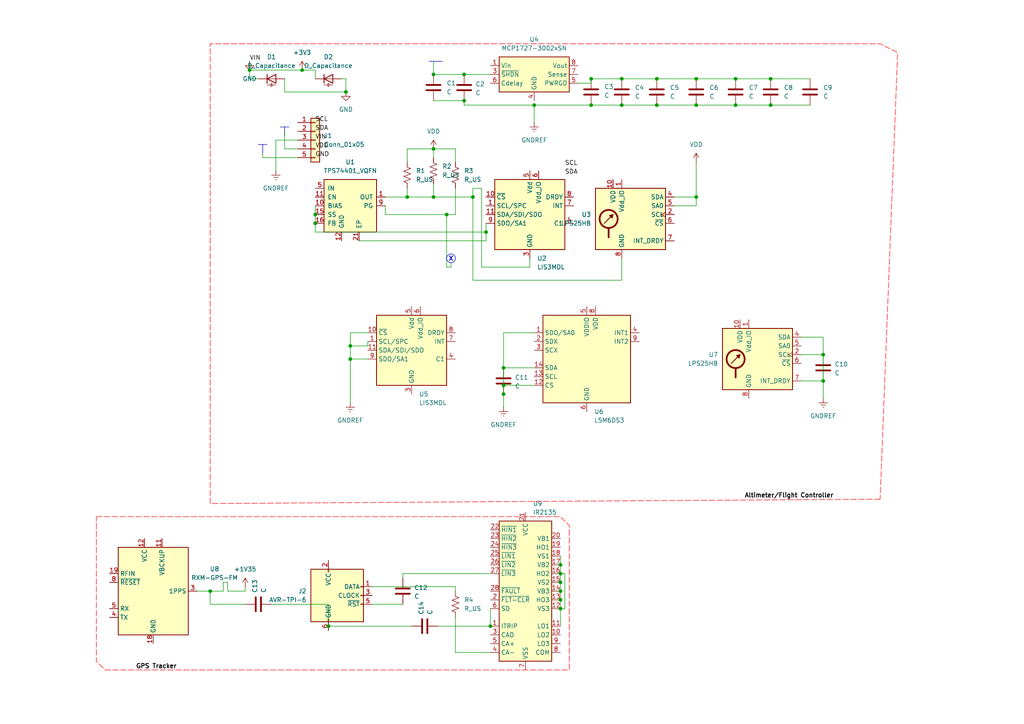
<source format=kicad_sch>
(kicad_sch
	(version 20250114)
	(generator "eeschema")
	(generator_version "9.0")
	(uuid "b74f590e-7416-40a1-b4e4-ced9cab5aa8f")
	(paper "A4")
	(lib_symbols
		(symbol "Connector:AVR-TPI-6"
			(pin_names
				(offset 1.016)
			)
			(exclude_from_sim no)
			(in_bom yes)
			(on_board yes)
			(property "Reference" "J"
				(at -6.35 8.89 0)
				(effects
					(font
						(size 1.27 1.27)
					)
					(justify left)
				)
			)
			(property "Value" "AVR-TPI-6"
				(at 0 8.89 0)
				(effects
					(font
						(size 1.27 1.27)
					)
					(justify left)
				)
			)
			(property "Footprint" ""
				(at -6.35 -1.27 90)
				(effects
					(font
						(size 1.27 1.27)
					)
					(hide yes)
				)
			)
			(property "Datasheet" "~"
				(at -32.385 -13.97 0)
				(effects
					(font
						(size 1.27 1.27)
					)
					(hide yes)
				)
			)
			(property "Description" "Atmel 6-pin TPI connector"
				(at 0 0 0)
				(effects
					(font
						(size 1.27 1.27)
					)
					(hide yes)
				)
			)
			(property "ki_keywords" "AVR TPI Connector"
				(at 0 0 0)
				(effects
					(font
						(size 1.27 1.27)
					)
					(hide yes)
				)
			)
			(property "ki_fp_filters" "IDC?Header*2x03* Pin?Header*2x03*"
				(at 0 0 0)
				(effects
					(font
						(size 1.27 1.27)
					)
					(hide yes)
				)
			)
			(symbol "AVR-TPI-6_0_1"
				(rectangle
					(start -2.667 7.62)
					(end -2.413 6.858)
					(stroke
						(width 0)
						(type default)
					)
					(fill
						(type none)
					)
				)
				(rectangle
					(start -2.667 -6.858)
					(end -2.413 -7.62)
					(stroke
						(width 0)
						(type default)
					)
					(fill
						(type none)
					)
				)
				(rectangle
					(start 7.62 7.62)
					(end -7.62 -7.62)
					(stroke
						(width 0.254)
						(type default)
					)
					(fill
						(type background)
					)
				)
				(rectangle
					(start 7.62 2.667)
					(end 6.858 2.413)
					(stroke
						(width 0)
						(type default)
					)
					(fill
						(type none)
					)
				)
				(rectangle
					(start 7.62 0.127)
					(end 6.858 -0.127)
					(stroke
						(width 0)
						(type default)
					)
					(fill
						(type none)
					)
				)
				(rectangle
					(start 7.62 -2.413)
					(end 6.858 -2.667)
					(stroke
						(width 0)
						(type default)
					)
					(fill
						(type none)
					)
				)
			)
			(symbol "AVR-TPI-6_1_1"
				(pin passive line
					(at -2.54 10.16 270)
					(length 2.54)
					(name "VCC"
						(effects
							(font
								(size 1.27 1.27)
							)
						)
					)
					(number "2"
						(effects
							(font
								(size 1.27 1.27)
							)
						)
					)
				)
				(pin passive line
					(at -2.54 -10.16 90)
					(length 2.54)
					(name "GND"
						(effects
							(font
								(size 1.27 1.27)
							)
						)
					)
					(number "6"
						(effects
							(font
								(size 1.27 1.27)
							)
						)
					)
				)
				(pin no_connect line
					(at 7.62 -5.08 180)
					(length 2.54)
					(hide yes)
					(name "NC"
						(effects
							(font
								(size 1.27 1.27)
							)
						)
					)
					(number "4"
						(effects
							(font
								(size 1.27 1.27)
							)
						)
					)
				)
				(pin passive line
					(at 10.16 2.54 180)
					(length 2.54)
					(name "DATA"
						(effects
							(font
								(size 1.27 1.27)
							)
						)
					)
					(number "1"
						(effects
							(font
								(size 1.27 1.27)
							)
						)
					)
				)
				(pin passive line
					(at 10.16 0 180)
					(length 2.54)
					(name "CLOCK"
						(effects
							(font
								(size 1.27 1.27)
							)
						)
					)
					(number "3"
						(effects
							(font
								(size 1.27 1.27)
							)
						)
					)
				)
				(pin passive line
					(at 10.16 -2.54 180)
					(length 2.54)
					(name "~{RST}"
						(effects
							(font
								(size 1.27 1.27)
							)
						)
					)
					(number "5"
						(effects
							(font
								(size 1.27 1.27)
							)
						)
					)
				)
			)
			(embedded_fonts no)
		)
		(symbol "Connector_Generic:Conn_01x05"
			(pin_names
				(offset 1.016)
				(hide yes)
			)
			(exclude_from_sim no)
			(in_bom yes)
			(on_board yes)
			(property "Reference" "J"
				(at 0 7.62 0)
				(effects
					(font
						(size 1.27 1.27)
					)
				)
			)
			(property "Value" "Conn_01x05"
				(at 0 -7.62 0)
				(effects
					(font
						(size 1.27 1.27)
					)
				)
			)
			(property "Footprint" ""
				(at 0 0 0)
				(effects
					(font
						(size 1.27 1.27)
					)
					(hide yes)
				)
			)
			(property "Datasheet" "~"
				(at 0 0 0)
				(effects
					(font
						(size 1.27 1.27)
					)
					(hide yes)
				)
			)
			(property "Description" "Generic connector, single row, 01x05, script generated (kicad-library-utils/schlib/autogen/connector/)"
				(at 0 0 0)
				(effects
					(font
						(size 1.27 1.27)
					)
					(hide yes)
				)
			)
			(property "ki_keywords" "connector"
				(at 0 0 0)
				(effects
					(font
						(size 1.27 1.27)
					)
					(hide yes)
				)
			)
			(property "ki_fp_filters" "Connector*:*_1x??_*"
				(at 0 0 0)
				(effects
					(font
						(size 1.27 1.27)
					)
					(hide yes)
				)
			)
			(symbol "Conn_01x05_1_1"
				(rectangle
					(start -1.27 6.35)
					(end 1.27 -6.35)
					(stroke
						(width 0.254)
						(type default)
					)
					(fill
						(type background)
					)
				)
				(rectangle
					(start -1.27 5.207)
					(end 0 4.953)
					(stroke
						(width 0.1524)
						(type default)
					)
					(fill
						(type none)
					)
				)
				(rectangle
					(start -1.27 2.667)
					(end 0 2.413)
					(stroke
						(width 0.1524)
						(type default)
					)
					(fill
						(type none)
					)
				)
				(rectangle
					(start -1.27 0.127)
					(end 0 -0.127)
					(stroke
						(width 0.1524)
						(type default)
					)
					(fill
						(type none)
					)
				)
				(rectangle
					(start -1.27 -2.413)
					(end 0 -2.667)
					(stroke
						(width 0.1524)
						(type default)
					)
					(fill
						(type none)
					)
				)
				(rectangle
					(start -1.27 -4.953)
					(end 0 -5.207)
					(stroke
						(width 0.1524)
						(type default)
					)
					(fill
						(type none)
					)
				)
				(pin passive line
					(at -5.08 5.08 0)
					(length 3.81)
					(name "Pin_1"
						(effects
							(font
								(size 1.27 1.27)
							)
						)
					)
					(number "1"
						(effects
							(font
								(size 1.27 1.27)
							)
						)
					)
				)
				(pin passive line
					(at -5.08 2.54 0)
					(length 3.81)
					(name "Pin_2"
						(effects
							(font
								(size 1.27 1.27)
							)
						)
					)
					(number "2"
						(effects
							(font
								(size 1.27 1.27)
							)
						)
					)
				)
				(pin passive line
					(at -5.08 0 0)
					(length 3.81)
					(name "Pin_3"
						(effects
							(font
								(size 1.27 1.27)
							)
						)
					)
					(number "3"
						(effects
							(font
								(size 1.27 1.27)
							)
						)
					)
				)
				(pin passive line
					(at -5.08 -2.54 0)
					(length 3.81)
					(name "Pin_4"
						(effects
							(font
								(size 1.27 1.27)
							)
						)
					)
					(number "4"
						(effects
							(font
								(size 1.27 1.27)
							)
						)
					)
				)
				(pin passive line
					(at -5.08 -5.08 0)
					(length 3.81)
					(name "Pin_5"
						(effects
							(font
								(size 1.27 1.27)
							)
						)
					)
					(number "5"
						(effects
							(font
								(size 1.27 1.27)
							)
						)
					)
				)
			)
			(embedded_fonts no)
		)
		(symbol "Device:C"
			(pin_numbers
				(hide yes)
			)
			(pin_names
				(offset 0.254)
			)
			(exclude_from_sim no)
			(in_bom yes)
			(on_board yes)
			(property "Reference" "C"
				(at 0.635 2.54 0)
				(effects
					(font
						(size 1.27 1.27)
					)
					(justify left)
				)
			)
			(property "Value" "C"
				(at 0.635 -2.54 0)
				(effects
					(font
						(size 1.27 1.27)
					)
					(justify left)
				)
			)
			(property "Footprint" ""
				(at 0.9652 -3.81 0)
				(effects
					(font
						(size 1.27 1.27)
					)
					(hide yes)
				)
			)
			(property "Datasheet" "~"
				(at 0 0 0)
				(effects
					(font
						(size 1.27 1.27)
					)
					(hide yes)
				)
			)
			(property "Description" "Unpolarized capacitor"
				(at 0 0 0)
				(effects
					(font
						(size 1.27 1.27)
					)
					(hide yes)
				)
			)
			(property "ki_keywords" "cap capacitor"
				(at 0 0 0)
				(effects
					(font
						(size 1.27 1.27)
					)
					(hide yes)
				)
			)
			(property "ki_fp_filters" "C_*"
				(at 0 0 0)
				(effects
					(font
						(size 1.27 1.27)
					)
					(hide yes)
				)
			)
			(symbol "C_0_1"
				(polyline
					(pts
						(xy -2.032 0.762) (xy 2.032 0.762)
					)
					(stroke
						(width 0.508)
						(type default)
					)
					(fill
						(type none)
					)
				)
				(polyline
					(pts
						(xy -2.032 -0.762) (xy 2.032 -0.762)
					)
					(stroke
						(width 0.508)
						(type default)
					)
					(fill
						(type none)
					)
				)
			)
			(symbol "C_1_1"
				(pin passive line
					(at 0 3.81 270)
					(length 2.794)
					(name "~"
						(effects
							(font
								(size 1.27 1.27)
							)
						)
					)
					(number "1"
						(effects
							(font
								(size 1.27 1.27)
							)
						)
					)
				)
				(pin passive line
					(at 0 -3.81 90)
					(length 2.794)
					(name "~"
						(effects
							(font
								(size 1.27 1.27)
							)
						)
					)
					(number "2"
						(effects
							(font
								(size 1.27 1.27)
							)
						)
					)
				)
			)
			(embedded_fonts no)
		)
		(symbol "Device:D_Capacitance"
			(pin_numbers
				(hide yes)
			)
			(pin_names
				(offset 1.016)
				(hide yes)
			)
			(exclude_from_sim no)
			(in_bom yes)
			(on_board yes)
			(property "Reference" "D"
				(at 0 2.54 0)
				(effects
					(font
						(size 1.27 1.27)
					)
				)
			)
			(property "Value" "D_Capacitance"
				(at 0 -3.302 0)
				(effects
					(font
						(size 1.27 1.27)
					)
				)
			)
			(property "Footprint" ""
				(at 0 0 0)
				(effects
					(font
						(size 1.27 1.27)
					)
					(hide yes)
				)
			)
			(property "Datasheet" "~"
				(at 0 0 0)
				(effects
					(font
						(size 1.27 1.27)
					)
					(hide yes)
				)
			)
			(property "Description" "Variable capacitance diode"
				(at 0 0 0)
				(effects
					(font
						(size 1.27 1.27)
					)
					(hide yes)
				)
			)
			(property "ki_keywords" "capacitance diode varicap varactor"
				(at 0 0 0)
				(effects
					(font
						(size 1.27 1.27)
					)
					(hide yes)
				)
			)
			(property "ki_fp_filters" "TO-???* *_Diode_* *SingleDiode* D_*"
				(at 0 0 0)
				(effects
					(font
						(size 1.27 1.27)
					)
					(hide yes)
				)
			)
			(symbol "D_Capacitance_0_1"
				(polyline
					(pts
						(xy -1.27 1.27) (xy -1.27 -1.27)
					)
					(stroke
						(width 0.254)
						(type default)
					)
					(fill
						(type none)
					)
				)
				(polyline
					(pts
						(xy -1.27 0) (xy 1.27 0)
					)
					(stroke
						(width 0)
						(type default)
					)
					(fill
						(type none)
					)
				)
				(polyline
					(pts
						(xy -1.27 -1.778) (xy -0.1524 -1.778)
					)
					(stroke
						(width 0)
						(type default)
					)
					(fill
						(type none)
					)
				)
				(polyline
					(pts
						(xy -0.1524 -1.27) (xy -0.1524 -2.286)
					)
					(stroke
						(width 0)
						(type default)
					)
					(fill
						(type none)
					)
				)
				(polyline
					(pts
						(xy 0.1524 -1.27) (xy 0.1524 -2.286)
					)
					(stroke
						(width 0)
						(type default)
					)
					(fill
						(type none)
					)
				)
				(polyline
					(pts
						(xy 0.1524 -1.778) (xy 1.27 -1.778)
					)
					(stroke
						(width 0)
						(type default)
					)
					(fill
						(type none)
					)
				)
				(polyline
					(pts
						(xy 1.27 1.27) (xy 1.27 -1.27) (xy -1.27 0) (xy 1.27 1.27)
					)
					(stroke
						(width 0.254)
						(type default)
					)
					(fill
						(type none)
					)
				)
			)
			(symbol "D_Capacitance_1_1"
				(pin passive line
					(at -3.81 0 0)
					(length 2.54)
					(name "K"
						(effects
							(font
								(size 1.27 1.27)
							)
						)
					)
					(number "1"
						(effects
							(font
								(size 1.27 1.27)
							)
						)
					)
				)
				(pin passive line
					(at 3.81 0 180)
					(length 2.54)
					(name "A"
						(effects
							(font
								(size 1.27 1.27)
							)
						)
					)
					(number "2"
						(effects
							(font
								(size 1.27 1.27)
							)
						)
					)
				)
			)
			(embedded_fonts no)
		)
		(symbol "Device:R_US"
			(pin_numbers
				(hide yes)
			)
			(pin_names
				(offset 0)
			)
			(exclude_from_sim no)
			(in_bom yes)
			(on_board yes)
			(property "Reference" "R"
				(at 2.54 0 90)
				(effects
					(font
						(size 1.27 1.27)
					)
				)
			)
			(property "Value" "R_US"
				(at -2.54 0 90)
				(effects
					(font
						(size 1.27 1.27)
					)
				)
			)
			(property "Footprint" ""
				(at 1.016 -0.254 90)
				(effects
					(font
						(size 1.27 1.27)
					)
					(hide yes)
				)
			)
			(property "Datasheet" "~"
				(at 0 0 0)
				(effects
					(font
						(size 1.27 1.27)
					)
					(hide yes)
				)
			)
			(property "Description" "Resistor, US symbol"
				(at 0 0 0)
				(effects
					(font
						(size 1.27 1.27)
					)
					(hide yes)
				)
			)
			(property "ki_keywords" "R res resistor"
				(at 0 0 0)
				(effects
					(font
						(size 1.27 1.27)
					)
					(hide yes)
				)
			)
			(property "ki_fp_filters" "R_*"
				(at 0 0 0)
				(effects
					(font
						(size 1.27 1.27)
					)
					(hide yes)
				)
			)
			(symbol "R_US_0_1"
				(polyline
					(pts
						(xy 0 2.286) (xy 0 2.54)
					)
					(stroke
						(width 0)
						(type default)
					)
					(fill
						(type none)
					)
				)
				(polyline
					(pts
						(xy 0 2.286) (xy 1.016 1.905) (xy 0 1.524) (xy -1.016 1.143) (xy 0 0.762)
					)
					(stroke
						(width 0)
						(type default)
					)
					(fill
						(type none)
					)
				)
				(polyline
					(pts
						(xy 0 0.762) (xy 1.016 0.381) (xy 0 0) (xy -1.016 -0.381) (xy 0 -0.762)
					)
					(stroke
						(width 0)
						(type default)
					)
					(fill
						(type none)
					)
				)
				(polyline
					(pts
						(xy 0 -0.762) (xy 1.016 -1.143) (xy 0 -1.524) (xy -1.016 -1.905) (xy 0 -2.286)
					)
					(stroke
						(width 0)
						(type default)
					)
					(fill
						(type none)
					)
				)
				(polyline
					(pts
						(xy 0 -2.286) (xy 0 -2.54)
					)
					(stroke
						(width 0)
						(type default)
					)
					(fill
						(type none)
					)
				)
			)
			(symbol "R_US_1_1"
				(pin passive line
					(at 0 3.81 270)
					(length 1.27)
					(name "~"
						(effects
							(font
								(size 1.27 1.27)
							)
						)
					)
					(number "1"
						(effects
							(font
								(size 1.27 1.27)
							)
						)
					)
				)
				(pin passive line
					(at 0 -3.81 90)
					(length 1.27)
					(name "~"
						(effects
							(font
								(size 1.27 1.27)
							)
						)
					)
					(number "2"
						(effects
							(font
								(size 1.27 1.27)
							)
						)
					)
				)
			)
			(embedded_fonts no)
		)
		(symbol "Driver_FET:IR2135"
			(exclude_from_sim no)
			(in_bom yes)
			(on_board yes)
			(property "Reference" "U"
				(at -7.62 22.86 0)
				(effects
					(font
						(size 1.27 1.27)
					)
				)
			)
			(property "Value" "IR2135"
				(at 7.62 22.86 0)
				(effects
					(font
						(size 1.27 1.27)
					)
				)
			)
			(property "Footprint" "Package_DIP:DIP-28_W15.24mm"
				(at 0 -33.02 0)
				(effects
					(font
						(size 1.27 1.27)
					)
					(hide yes)
				)
			)
			(property "Datasheet" "https://www.infineon.com/dgdl/Infineon-IR2x33-IR2x35-DataSheet-v01_00-EN.pdf?fileId=5546d462533600a4015355c890ba169f"
				(at 0 0 0)
				(effects
					(font
						(size 1.27 1.27)
					)
					(hide yes)
				)
			)
			(property "Description" "600V, Vout 12-20V, PDIP-28"
				(at 0 0 0)
				(effects
					(font
						(size 1.27 1.27)
					)
					(hide yes)
				)
			)
			(property "ki_keywords" "3 Phase Gate Driver"
				(at 0 0 0)
				(effects
					(font
						(size 1.27 1.27)
					)
					(hide yes)
				)
			)
			(property "ki_fp_filters" "DIP*W15.24mm*"
				(at 0 0 0)
				(effects
					(font
						(size 1.27 1.27)
					)
					(hide yes)
				)
			)
			(symbol "IR2135_0_1"
				(rectangle
					(start -7.62 -20.32)
					(end 7.62 20.32)
					(stroke
						(width 0.254)
						(type default)
					)
					(fill
						(type background)
					)
				)
			)
			(symbol "IR2135_1_1"
				(pin input line
					(at -10.16 17.78 0)
					(length 2.54)
					(name "~{HIN1}"
						(effects
							(font
								(size 1.27 1.27)
							)
						)
					)
					(number "22"
						(effects
							(font
								(size 1.27 1.27)
							)
						)
					)
				)
				(pin input line
					(at -10.16 15.24 0)
					(length 2.54)
					(name "~{HIN2}"
						(effects
							(font
								(size 1.27 1.27)
							)
						)
					)
					(number "23"
						(effects
							(font
								(size 1.27 1.27)
							)
						)
					)
				)
				(pin input line
					(at -10.16 12.7 0)
					(length 2.54)
					(name "~{HIN3}"
						(effects
							(font
								(size 1.27 1.27)
							)
						)
					)
					(number "24"
						(effects
							(font
								(size 1.27 1.27)
							)
						)
					)
				)
				(pin input line
					(at -10.16 10.16 0)
					(length 2.54)
					(name "~{LIN1}"
						(effects
							(font
								(size 1.27 1.27)
							)
						)
					)
					(number "25"
						(effects
							(font
								(size 1.27 1.27)
							)
						)
					)
				)
				(pin input line
					(at -10.16 7.62 0)
					(length 2.54)
					(name "~{LIN2}"
						(effects
							(font
								(size 1.27 1.27)
							)
						)
					)
					(number "26"
						(effects
							(font
								(size 1.27 1.27)
							)
						)
					)
				)
				(pin input line
					(at -10.16 5.08 0)
					(length 2.54)
					(name "~{LIN3}"
						(effects
							(font
								(size 1.27 1.27)
							)
						)
					)
					(number "27"
						(effects
							(font
								(size 1.27 1.27)
							)
						)
					)
				)
				(pin output line
					(at -10.16 0 0)
					(length 2.54)
					(name "~{FAULT}"
						(effects
							(font
								(size 1.27 1.27)
							)
						)
					)
					(number "28"
						(effects
							(font
								(size 1.27 1.27)
							)
						)
					)
				)
				(pin input line
					(at -10.16 -2.54 0)
					(length 2.54)
					(name "~{FLT-CLR}"
						(effects
							(font
								(size 1.27 1.27)
							)
						)
					)
					(number "2"
						(effects
							(font
								(size 1.27 1.27)
							)
						)
					)
				)
				(pin input line
					(at -10.16 -5.08 0)
					(length 2.54)
					(name "SD"
						(effects
							(font
								(size 1.27 1.27)
							)
						)
					)
					(number "6"
						(effects
							(font
								(size 1.27 1.27)
							)
						)
					)
				)
				(pin input line
					(at -10.16 -10.16 0)
					(length 2.54)
					(name "ITRIP"
						(effects
							(font
								(size 1.27 1.27)
							)
						)
					)
					(number "1"
						(effects
							(font
								(size 1.27 1.27)
							)
						)
					)
				)
				(pin output line
					(at -10.16 -12.7 0)
					(length 2.54)
					(name "CAO"
						(effects
							(font
								(size 1.27 1.27)
							)
						)
					)
					(number "3"
						(effects
							(font
								(size 1.27 1.27)
							)
						)
					)
				)
				(pin input line
					(at -10.16 -15.24 0)
					(length 2.54)
					(name "CA+"
						(effects
							(font
								(size 1.27 1.27)
							)
						)
					)
					(number "5"
						(effects
							(font
								(size 1.27 1.27)
							)
						)
					)
				)
				(pin input line
					(at -10.16 -17.78 0)
					(length 2.54)
					(name "CA-"
						(effects
							(font
								(size 1.27 1.27)
							)
						)
					)
					(number "4"
						(effects
							(font
								(size 1.27 1.27)
							)
						)
					)
				)
				(pin power_in line
					(at 0 22.86 270)
					(length 2.54)
					(name "VCC"
						(effects
							(font
								(size 1.27 1.27)
							)
						)
					)
					(number "21"
						(effects
							(font
								(size 1.27 1.27)
							)
						)
					)
				)
				(pin power_in line
					(at 0 -22.86 90)
					(length 2.54)
					(name "VSS"
						(effects
							(font
								(size 1.27 1.27)
							)
						)
					)
					(number "7"
						(effects
							(font
								(size 1.27 1.27)
							)
						)
					)
				)
				(pin passive line
					(at 10.16 15.24 180)
					(length 2.54)
					(name "VB1"
						(effects
							(font
								(size 1.27 1.27)
							)
						)
					)
					(number "20"
						(effects
							(font
								(size 1.27 1.27)
							)
						)
					)
				)
				(pin output line
					(at 10.16 12.7 180)
					(length 2.54)
					(name "HO1"
						(effects
							(font
								(size 1.27 1.27)
							)
						)
					)
					(number "19"
						(effects
							(font
								(size 1.27 1.27)
							)
						)
					)
				)
				(pin passive line
					(at 10.16 10.16 180)
					(length 2.54)
					(name "VS1"
						(effects
							(font
								(size 1.27 1.27)
							)
						)
					)
					(number "18"
						(effects
							(font
								(size 1.27 1.27)
							)
						)
					)
				)
				(pin passive line
					(at 10.16 7.62 180)
					(length 2.54)
					(name "VB2"
						(effects
							(font
								(size 1.27 1.27)
							)
						)
					)
					(number "17"
						(effects
							(font
								(size 1.27 1.27)
							)
						)
					)
				)
				(pin output line
					(at 10.16 5.08 180)
					(length 2.54)
					(name "HO2"
						(effects
							(font
								(size 1.27 1.27)
							)
						)
					)
					(number "16"
						(effects
							(font
								(size 1.27 1.27)
							)
						)
					)
				)
				(pin passive line
					(at 10.16 2.54 180)
					(length 2.54)
					(name "VS2"
						(effects
							(font
								(size 1.27 1.27)
							)
						)
					)
					(number "15"
						(effects
							(font
								(size 1.27 1.27)
							)
						)
					)
				)
				(pin passive line
					(at 10.16 0 180)
					(length 2.54)
					(name "VB3"
						(effects
							(font
								(size 1.27 1.27)
							)
						)
					)
					(number "14"
						(effects
							(font
								(size 1.27 1.27)
							)
						)
					)
				)
				(pin output line
					(at 10.16 -2.54 180)
					(length 2.54)
					(name "HO3"
						(effects
							(font
								(size 1.27 1.27)
							)
						)
					)
					(number "13"
						(effects
							(font
								(size 1.27 1.27)
							)
						)
					)
				)
				(pin passive line
					(at 10.16 -5.08 180)
					(length 2.54)
					(name "VS3"
						(effects
							(font
								(size 1.27 1.27)
							)
						)
					)
					(number "12"
						(effects
							(font
								(size 1.27 1.27)
							)
						)
					)
				)
				(pin output line
					(at 10.16 -10.16 180)
					(length 2.54)
					(name "LO1"
						(effects
							(font
								(size 1.27 1.27)
							)
						)
					)
					(number "11"
						(effects
							(font
								(size 1.27 1.27)
							)
						)
					)
				)
				(pin output line
					(at 10.16 -12.7 180)
					(length 2.54)
					(name "LO2"
						(effects
							(font
								(size 1.27 1.27)
							)
						)
					)
					(number "10"
						(effects
							(font
								(size 1.27 1.27)
							)
						)
					)
				)
				(pin output line
					(at 10.16 -15.24 180)
					(length 2.54)
					(name "LO3"
						(effects
							(font
								(size 1.27 1.27)
							)
						)
					)
					(number "9"
						(effects
							(font
								(size 1.27 1.27)
							)
						)
					)
				)
				(pin passive line
					(at 10.16 -17.78 180)
					(length 2.54)
					(name "COM"
						(effects
							(font
								(size 1.27 1.27)
							)
						)
					)
					(number "8"
						(effects
							(font
								(size 1.27 1.27)
							)
						)
					)
				)
			)
			(embedded_fonts no)
		)
		(symbol "RF_GPS:RXM-GPS-FM"
			(exclude_from_sim no)
			(in_bom yes)
			(on_board yes)
			(property "Reference" "U"
				(at -7.62 13.97 0)
				(effects
					(font
						(size 1.27 1.27)
					)
					(justify right)
				)
			)
			(property "Value" "RXM-GPS-FM"
				(at 17.78 13.97 0)
				(effects
					(font
						(size 1.27 1.27)
					)
					(justify right)
				)
			)
			(property "Footprint" "RF_GPS:Linx_RXM-GPS"
				(at 12.7 -13.97 0)
				(effects
					(font
						(size 1.27 1.27)
					)
					(hide yes)
				)
			)
			(property "Datasheet" "https://linxtechnologies.com/wp/wp-content/uploads/rxm-gps-fm.pdf"
				(at 7.62 -7.62 0)
				(effects
					(font
						(size 1.27 1.27)
					)
					(hide yes)
				)
			)
			(property "Description" "Module GPS Low Power, 14mA tracking, 22 channels"
				(at 0 0 0)
				(effects
					(font
						(size 1.27 1.27)
					)
					(hide yes)
				)
			)
			(property "ki_keywords" "gps low-power"
				(at 0 0 0)
				(effects
					(font
						(size 1.27 1.27)
					)
					(hide yes)
				)
			)
			(property "ki_fp_filters" "Linx*RXM?GPS*"
				(at 0 0 0)
				(effects
					(font
						(size 1.27 1.27)
					)
					(hide yes)
				)
			)
			(symbol "RXM-GPS-FM_0_1"
				(rectangle
					(start 10.16 -12.7)
					(end -10.16 12.7)
					(stroke
						(width 0.254)
						(type default)
					)
					(fill
						(type background)
					)
				)
			)
			(symbol "RXM-GPS-FM_1_1"
				(pin input line
					(at -12.7 5.08 0)
					(length 2.54)
					(name "RFIN"
						(effects
							(font
								(size 1.27 1.27)
							)
						)
					)
					(number "19"
						(effects
							(font
								(size 1.27 1.27)
							)
						)
					)
				)
				(pin input line
					(at -12.7 2.54 0)
					(length 2.54)
					(name "~{RESET}"
						(effects
							(font
								(size 1.27 1.27)
							)
						)
					)
					(number "8"
						(effects
							(font
								(size 1.27 1.27)
							)
						)
					)
				)
				(pin input line
					(at -12.7 -5.08 0)
					(length 2.54)
					(name "RX"
						(effects
							(font
								(size 1.27 1.27)
							)
						)
					)
					(number "5"
						(effects
							(font
								(size 1.27 1.27)
							)
						)
					)
				)
				(pin output line
					(at -12.7 -7.62 0)
					(length 2.54)
					(name "TX"
						(effects
							(font
								(size 1.27 1.27)
							)
						)
					)
					(number "4"
						(effects
							(font
								(size 1.27 1.27)
							)
						)
					)
				)
				(pin no_connect line
					(at -10.16 10.16 0)
					(length 2.54)
					(hide yes)
					(name "NC"
						(effects
							(font
								(size 1.27 1.27)
							)
						)
					)
					(number "1"
						(effects
							(font
								(size 1.27 1.27)
							)
						)
					)
				)
				(pin no_connect line
					(at -10.16 7.62 0)
					(length 2.54)
					(hide yes)
					(name "NC"
						(effects
							(font
								(size 1.27 1.27)
							)
						)
					)
					(number "2"
						(effects
							(font
								(size 1.27 1.27)
							)
						)
					)
				)
				(pin no_connect line
					(at -10.16 0 0)
					(length 2.54)
					(hide yes)
					(name "NC"
						(effects
							(font
								(size 1.27 1.27)
							)
						)
					)
					(number "6"
						(effects
							(font
								(size 1.27 1.27)
							)
						)
					)
				)
				(pin no_connect line
					(at -10.16 -2.54 0)
					(length 2.54)
					(hide yes)
					(name "NC"
						(effects
							(font
								(size 1.27 1.27)
							)
						)
					)
					(number "7"
						(effects
							(font
								(size 1.27 1.27)
							)
						)
					)
				)
				(pin no_connect line
					(at -10.16 -10.16 0)
					(length 2.54)
					(hide yes)
					(name "NC"
						(effects
							(font
								(size 1.27 1.27)
							)
						)
					)
					(number "9"
						(effects
							(font
								(size 1.27 1.27)
							)
						)
					)
				)
				(pin power_in line
					(at -2.54 15.24 270)
					(length 2.54)
					(name "VCC"
						(effects
							(font
								(size 1.27 1.27)
							)
						)
					)
					(number "12"
						(effects
							(font
								(size 1.27 1.27)
							)
						)
					)
				)
				(pin power_in line
					(at 0 -15.24 90)
					(length 2.54)
					(name "GND"
						(effects
							(font
								(size 1.27 1.27)
							)
						)
					)
					(number "18"
						(effects
							(font
								(size 1.27 1.27)
							)
						)
					)
				)
				(pin passive line
					(at 0 -15.24 90)
					(length 2.54)
					(hide yes)
					(name "GND"
						(effects
							(font
								(size 1.27 1.27)
							)
						)
					)
					(number "20"
						(effects
							(font
								(size 1.27 1.27)
							)
						)
					)
				)
				(pin passive line
					(at 0 -15.24 90)
					(length 2.54)
					(hide yes)
					(name "GND"
						(effects
							(font
								(size 1.27 1.27)
							)
						)
					)
					(number "21"
						(effects
							(font
								(size 1.27 1.27)
							)
						)
					)
				)
				(pin passive line
					(at 0 -15.24 90)
					(length 2.54)
					(hide yes)
					(name "GND"
						(effects
							(font
								(size 1.27 1.27)
							)
						)
					)
					(number "22"
						(effects
							(font
								(size 1.27 1.27)
							)
						)
					)
				)
				(pin power_in line
					(at 2.54 15.24 270)
					(length 2.54)
					(name "VBCKUP"
						(effects
							(font
								(size 1.27 1.27)
							)
						)
					)
					(number "11"
						(effects
							(font
								(size 1.27 1.27)
							)
						)
					)
				)
				(pin no_connect line
					(at 10.16 10.16 180)
					(length 2.54)
					(hide yes)
					(name "NC"
						(effects
							(font
								(size 1.27 1.27)
							)
						)
					)
					(number "10"
						(effects
							(font
								(size 1.27 1.27)
							)
						)
					)
				)
				(pin no_connect line
					(at 10.16 7.62 180)
					(length 2.54)
					(hide yes)
					(name "NC"
						(effects
							(font
								(size 1.27 1.27)
							)
						)
					)
					(number "13"
						(effects
							(font
								(size 1.27 1.27)
							)
						)
					)
				)
				(pin no_connect line
					(at 10.16 5.08 180)
					(length 2.54)
					(hide yes)
					(name "NC"
						(effects
							(font
								(size 1.27 1.27)
							)
						)
					)
					(number "14"
						(effects
							(font
								(size 1.27 1.27)
							)
						)
					)
				)
				(pin no_connect line
					(at 10.16 2.54 180)
					(length 2.54)
					(hide yes)
					(name "NC"
						(effects
							(font
								(size 1.27 1.27)
							)
						)
					)
					(number "15"
						(effects
							(font
								(size 1.27 1.27)
							)
						)
					)
				)
				(pin no_connect line
					(at 10.16 -2.54 180)
					(length 2.54)
					(hide yes)
					(name "NC"
						(effects
							(font
								(size 1.27 1.27)
							)
						)
					)
					(number "16"
						(effects
							(font
								(size 1.27 1.27)
							)
						)
					)
				)
				(pin output line
					(at 12.7 0 180)
					(length 2.54)
					(name "1PPS"
						(effects
							(font
								(size 1.27 1.27)
							)
						)
					)
					(number "3"
						(effects
							(font
								(size 1.27 1.27)
							)
						)
					)
				)
			)
			(embedded_fonts no)
		)
		(symbol "Regulator_Linear:MCP1727-3002xSN"
			(exclude_from_sim no)
			(in_bom yes)
			(on_board yes)
			(property "Reference" "U"
				(at -7.62 8.89 0)
				(effects
					(font
						(size 1.27 1.27)
					)
				)
			)
			(property "Value" "MCP1727-3002xSN"
				(at 11.43 8.89 0)
				(effects
					(font
						(size 1.27 1.27)
					)
				)
			)
			(property "Footprint" "Package_SO:SOIC-8_3.9x4.9mm_P1.27mm"
				(at 0 24.13 0)
				(effects
					(font
						(size 1.27 1.27)
					)
					(hide yes)
				)
			)
			(property "Datasheet" "https://ww1.microchip.com/downloads/aemtest/APID/ProductDocuments/DataSheets/MCP1727-1.5A-Low-Voltage-Low-Quiescent-Current-LDO-Regulator-20001999D.pdf"
				(at 0 21.59 0)
				(effects
					(font
						(size 1.27 1.27)
					)
					(hide yes)
				)
			)
			(property "Description" "1.5A, Low Voltage, Low Quiescent Current LDO Regulator, 2.3 - 6V Input, Fixed 3.0V Output, 330mV Dropout, SOIC-8"
				(at 0 0 0)
				(effects
					(font
						(size 1.27 1.27)
					)
					(hide yes)
				)
			)
			(property "ki_keywords" "Low Voltage Low Quiescent Current Fixed LDO Regulator"
				(at 0 0 0)
				(effects
					(font
						(size 1.27 1.27)
					)
					(hide yes)
				)
			)
			(property "ki_fp_filters" "SOIC*3.9x4.9mm*P1.27mm*"
				(at 0 0 0)
				(effects
					(font
						(size 1.27 1.27)
					)
					(hide yes)
				)
			)
			(symbol "MCP1727-3002xSN_0_0"
				(pin input line
					(at -12.7 -2.54 0)
					(length 2.54)
					(name "Cdelay"
						(effects
							(font
								(size 1.27 1.27)
							)
						)
					)
					(number "6"
						(effects
							(font
								(size 1.27 1.27)
							)
						)
					)
				)
				(pin power_out line
					(at 12.7 2.54 180)
					(length 2.54)
					(name "Vout"
						(effects
							(font
								(size 1.27 1.27)
							)
						)
					)
					(number "8"
						(effects
							(font
								(size 1.27 1.27)
							)
						)
					)
				)
				(pin input line
					(at 12.7 0 180)
					(length 2.54)
					(name "Sense"
						(effects
							(font
								(size 1.27 1.27)
							)
						)
					)
					(number "7"
						(effects
							(font
								(size 1.27 1.27)
							)
						)
					)
				)
				(pin open_collector line
					(at 12.7 -2.54 180)
					(length 2.54)
					(name "PWRGD"
						(effects
							(font
								(size 1.27 1.27)
							)
						)
					)
					(number "5"
						(effects
							(font
								(size 1.27 1.27)
							)
						)
					)
				)
			)
			(symbol "MCP1727-3002xSN_0_1"
				(rectangle
					(start -10.16 5.08)
					(end 10.16 -5.08)
					(stroke
						(width 0.254)
						(type default)
					)
					(fill
						(type background)
					)
				)
			)
			(symbol "MCP1727-3002xSN_1_1"
				(pin power_in line
					(at -12.7 2.54 0)
					(length 2.54)
					(name "Vin"
						(effects
							(font
								(size 1.27 1.27)
							)
						)
					)
					(number "1"
						(effects
							(font
								(size 1.27 1.27)
							)
						)
					)
				)
				(pin passive line
					(at -12.7 2.54 0)
					(length 2.54)
					(hide yes)
					(name "Vin"
						(effects
							(font
								(size 1.27 1.27)
							)
						)
					)
					(number "2"
						(effects
							(font
								(size 1.27 1.27)
							)
						)
					)
				)
				(pin input line
					(at -12.7 0 0)
					(length 2.54)
					(name "~{SHDN}"
						(effects
							(font
								(size 1.27 1.27)
							)
						)
					)
					(number "3"
						(effects
							(font
								(size 1.27 1.27)
							)
						)
					)
				)
				(pin power_in line
					(at 0 -7.62 90)
					(length 2.54)
					(name "GND"
						(effects
							(font
								(size 1.27 1.27)
							)
						)
					)
					(number "4"
						(effects
							(font
								(size 1.27 1.27)
							)
						)
					)
				)
			)
			(embedded_fonts no)
		)
		(symbol "Regulator_Linear:TPS74401_VQFN"
			(pin_names
				(offset 1.016)
			)
			(exclude_from_sim no)
			(in_bom yes)
			(on_board yes)
			(property "Reference" "U"
				(at -6.35 8.89 0)
				(effects
					(font
						(size 1.27 1.27)
					)
				)
			)
			(property "Value" "TPS74401_VQFN"
				(at 11.43 8.89 0)
				(effects
					(font
						(size 1.27 1.27)
					)
				)
			)
			(property "Footprint" ""
				(at 20.32 -15.24 0)
				(effects
					(font
						(size 1.27 1.27)
					)
					(hide yes)
				)
			)
			(property "Datasheet" "http://www.ti.com/general/docs/lit/getliterature.tsp?genericPartNumber=tps74401&fileType=pdf"
				(at 0 12.7 0)
				(effects
					(font
						(size 1.27 1.27)
					)
					(hide yes)
				)
			)
			(property "Description" "0.8 to 3.6V adjustable, 3.0-A, Ultra-LDO with Programmable Soft-Start"
				(at 0 0 0)
				(effects
					(font
						(size 1.27 1.27)
					)
					(hide yes)
				)
			)
			(property "ki_keywords" "LDO Voltage Regulator"
				(at 0 0 0)
				(effects
					(font
						(size 1.27 1.27)
					)
					(hide yes)
				)
			)
			(property "ki_fp_filters" "Texas*VQFN*RGR* Texas*VQFN*RGW*"
				(at 0 0 0)
				(effects
					(font
						(size 1.27 1.27)
					)
					(hide yes)
				)
			)
			(symbol "TPS74401_VQFN_0_1"
				(rectangle
					(start -7.62 7.62)
					(end 7.62 -7.62)
					(stroke
						(width 0.254)
						(type default)
					)
					(fill
						(type background)
					)
				)
			)
			(symbol "TPS74401_VQFN_1_1"
				(pin power_in line
					(at -10.16 5.08 0)
					(length 2.54)
					(name "IN"
						(effects
							(font
								(size 1.27 1.27)
							)
						)
					)
					(number "5"
						(effects
							(font
								(size 1.27 1.27)
							)
						)
					)
				)
				(pin passive line
					(at -10.16 5.08 0)
					(length 2.54)
					(hide yes)
					(name "IN"
						(effects
							(font
								(size 1.27 1.27)
							)
						)
					)
					(number "6"
						(effects
							(font
								(size 1.27 1.27)
							)
						)
					)
				)
				(pin passive line
					(at -10.16 5.08 0)
					(length 2.54)
					(hide yes)
					(name "IN"
						(effects
							(font
								(size 1.27 1.27)
							)
						)
					)
					(number "7"
						(effects
							(font
								(size 1.27 1.27)
							)
						)
					)
				)
				(pin passive line
					(at -10.16 5.08 0)
					(length 2.54)
					(hide yes)
					(name "IN"
						(effects
							(font
								(size 1.27 1.27)
							)
						)
					)
					(number "8"
						(effects
							(font
								(size 1.27 1.27)
							)
						)
					)
				)
				(pin input line
					(at -10.16 2.54 0)
					(length 2.54)
					(name "EN"
						(effects
							(font
								(size 1.27 1.27)
							)
						)
					)
					(number "11"
						(effects
							(font
								(size 1.27 1.27)
							)
						)
					)
				)
				(pin input line
					(at -10.16 0 0)
					(length 2.54)
					(name "BIAS"
						(effects
							(font
								(size 1.27 1.27)
							)
						)
					)
					(number "10"
						(effects
							(font
								(size 1.27 1.27)
							)
						)
					)
				)
				(pin input line
					(at -10.16 -2.54 0)
					(length 2.54)
					(name "SS"
						(effects
							(font
								(size 1.27 1.27)
							)
						)
					)
					(number "15"
						(effects
							(font
								(size 1.27 1.27)
							)
						)
					)
				)
				(pin input line
					(at -10.16 -5.08 0)
					(length 2.54)
					(name "FB"
						(effects
							(font
								(size 1.27 1.27)
							)
						)
					)
					(number "16"
						(effects
							(font
								(size 1.27 1.27)
							)
						)
					)
				)
				(pin no_connect line
					(at -2.54 7.62 270)
					(length 2.54)
					(hide yes)
					(name "NC"
						(effects
							(font
								(size 1.27 1.27)
							)
						)
					)
					(number "2"
						(effects
							(font
								(size 1.27 1.27)
							)
						)
					)
				)
				(pin power_in line
					(at -2.54 -10.16 90)
					(length 2.54)
					(name "GND"
						(effects
							(font
								(size 1.27 1.27)
							)
						)
					)
					(number "12"
						(effects
							(font
								(size 1.27 1.27)
							)
						)
					)
				)
				(pin no_connect line
					(at 0 7.62 270)
					(length 2.54)
					(hide yes)
					(name "NC"
						(effects
							(font
								(size 1.27 1.27)
							)
						)
					)
					(number "3"
						(effects
							(font
								(size 1.27 1.27)
							)
						)
					)
				)
				(pin no_connect line
					(at 0 -7.62 90)
					(length 2.54)
					(hide yes)
					(name "NC"
						(effects
							(font
								(size 1.27 1.27)
							)
						)
					)
					(number "13"
						(effects
							(font
								(size 1.27 1.27)
							)
						)
					)
				)
				(pin no_connect line
					(at 2.54 7.62 270)
					(length 2.54)
					(hide yes)
					(name "NC"
						(effects
							(font
								(size 1.27 1.27)
							)
						)
					)
					(number "4"
						(effects
							(font
								(size 1.27 1.27)
							)
						)
					)
				)
				(pin power_in line
					(at 2.54 -10.16 90)
					(length 2.54)
					(name "EP"
						(effects
							(font
								(size 1.27 1.27)
							)
						)
					)
					(number "21"
						(effects
							(font
								(size 1.27 1.27)
							)
						)
					)
				)
				(pin no_connect line
					(at 7.62 -2.54 180)
					(length 2.54)
					(hide yes)
					(name "NC"
						(effects
							(font
								(size 1.27 1.27)
							)
						)
					)
					(number "17"
						(effects
							(font
								(size 1.27 1.27)
							)
						)
					)
				)
				(pin no_connect line
					(at 7.62 -5.08 180)
					(length 2.54)
					(hide yes)
					(name "NC"
						(effects
							(font
								(size 1.27 1.27)
							)
						)
					)
					(number "14"
						(effects
							(font
								(size 1.27 1.27)
							)
						)
					)
				)
				(pin power_out line
					(at 10.16 2.54 180)
					(length 2.54)
					(name "OUT"
						(effects
							(font
								(size 1.27 1.27)
							)
						)
					)
					(number "1"
						(effects
							(font
								(size 1.27 1.27)
							)
						)
					)
				)
				(pin passive line
					(at 10.16 2.54 180)
					(length 2.54)
					(hide yes)
					(name "OUT"
						(effects
							(font
								(size 1.27 1.27)
							)
						)
					)
					(number "18"
						(effects
							(font
								(size 1.27 1.27)
							)
						)
					)
				)
				(pin passive line
					(at 10.16 2.54 180)
					(length 2.54)
					(hide yes)
					(name "OUT"
						(effects
							(font
								(size 1.27 1.27)
							)
						)
					)
					(number "19"
						(effects
							(font
								(size 1.27 1.27)
							)
						)
					)
				)
				(pin passive line
					(at 10.16 2.54 180)
					(length 2.54)
					(hide yes)
					(name "OUT"
						(effects
							(font
								(size 1.27 1.27)
							)
						)
					)
					(number "20"
						(effects
							(font
								(size 1.27 1.27)
							)
						)
					)
				)
				(pin output line
					(at 10.16 0 180)
					(length 2.54)
					(name "PG"
						(effects
							(font
								(size 1.27 1.27)
							)
						)
					)
					(number "9"
						(effects
							(font
								(size 1.27 1.27)
							)
						)
					)
				)
			)
			(embedded_fonts no)
		)
		(symbol "Sensor_Magnetic:LIS3MDL"
			(exclude_from_sim no)
			(in_bom yes)
			(on_board yes)
			(property "Reference" "U"
				(at -8.89 11.43 0)
				(effects
					(font
						(size 1.27 1.27)
					)
				)
			)
			(property "Value" "LIS3MDL"
				(at 7.62 11.43 0)
				(effects
					(font
						(size 1.27 1.27)
					)
				)
			)
			(property "Footprint" "Package_LGA:LGA-12_2x2mm_P0.5mm"
				(at 30.48 -7.62 0)
				(effects
					(font
						(size 1.27 1.27)
					)
					(hide yes)
				)
			)
			(property "Datasheet" "https://www.st.com/resource/en/datasheet/lis3mdl.pdf"
				(at 38.1 -10.16 0)
				(effects
					(font
						(size 1.27 1.27)
					)
					(hide yes)
				)
			)
			(property "Description" "Ultra-low-power, 3-axis digital output magnetometer, LGA-12"
				(at 0 0 0)
				(effects
					(font
						(size 1.27 1.27)
					)
					(hide yes)
				)
			)
			(property "ki_keywords" "digital magnetometer"
				(at 0 0 0)
				(effects
					(font
						(size 1.27 1.27)
					)
					(hide yes)
				)
			)
			(property "ki_fp_filters" "LGA*2x2mm*P0.5mm*"
				(at 0 0 0)
				(effects
					(font
						(size 1.27 1.27)
					)
					(hide yes)
				)
			)
			(symbol "LIS3MDL_0_1"
				(rectangle
					(start -10.16 10.16)
					(end 10.16 -10.16)
					(stroke
						(width 0.254)
						(type default)
					)
					(fill
						(type background)
					)
				)
			)
			(symbol "LIS3MDL_1_1"
				(pin input line
					(at -12.7 5.08 0)
					(length 2.54)
					(name "~{CS}"
						(effects
							(font
								(size 1.27 1.27)
							)
						)
					)
					(number "10"
						(effects
							(font
								(size 1.27 1.27)
							)
						)
					)
				)
				(pin input line
					(at -12.7 2.54 0)
					(length 2.54)
					(name "SCL/SPC"
						(effects
							(font
								(size 1.27 1.27)
							)
						)
					)
					(number "1"
						(effects
							(font
								(size 1.27 1.27)
							)
						)
					)
				)
				(pin bidirectional line
					(at -12.7 0 0)
					(length 2.54)
					(name "SDA/SDI/SDO"
						(effects
							(font
								(size 1.27 1.27)
							)
						)
					)
					(number "11"
						(effects
							(font
								(size 1.27 1.27)
							)
						)
					)
				)
				(pin bidirectional line
					(at -12.7 -2.54 0)
					(length 2.54)
					(name "SDO/SA1"
						(effects
							(font
								(size 1.27 1.27)
							)
						)
					)
					(number "9"
						(effects
							(font
								(size 1.27 1.27)
							)
						)
					)
				)
				(pin power_in line
					(at 0 12.7 270)
					(length 2.54)
					(name "Vdd"
						(effects
							(font
								(size 1.27 1.27)
							)
						)
					)
					(number "5"
						(effects
							(font
								(size 1.27 1.27)
							)
						)
					)
				)
				(pin passive line
					(at 0 -12.7 90)
					(length 2.54)
					(hide yes)
					(name "GND"
						(effects
							(font
								(size 1.27 1.27)
							)
						)
					)
					(number "12"
						(effects
							(font
								(size 1.27 1.27)
							)
						)
					)
				)
				(pin passive line
					(at 0 -12.7 90)
					(length 2.54)
					(hide yes)
					(name "GND"
						(effects
							(font
								(size 1.27 1.27)
							)
						)
					)
					(number "2"
						(effects
							(font
								(size 1.27 1.27)
							)
						)
					)
				)
				(pin power_in line
					(at 0 -12.7 90)
					(length 2.54)
					(name "GND"
						(effects
							(font
								(size 1.27 1.27)
							)
						)
					)
					(number "3"
						(effects
							(font
								(size 1.27 1.27)
							)
						)
					)
				)
				(pin power_in line
					(at 2.54 12.7 270)
					(length 2.54)
					(name "Vdd_IO"
						(effects
							(font
								(size 1.27 1.27)
							)
						)
					)
					(number "6"
						(effects
							(font
								(size 1.27 1.27)
							)
						)
					)
				)
				(pin output line
					(at 12.7 5.08 180)
					(length 2.54)
					(name "DRDY"
						(effects
							(font
								(size 1.27 1.27)
							)
						)
					)
					(number "8"
						(effects
							(font
								(size 1.27 1.27)
							)
						)
					)
				)
				(pin output line
					(at 12.7 2.54 180)
					(length 2.54)
					(name "INT"
						(effects
							(font
								(size 1.27 1.27)
							)
						)
					)
					(number "7"
						(effects
							(font
								(size 1.27 1.27)
							)
						)
					)
				)
				(pin power_out line
					(at 12.7 -2.54 180)
					(length 2.54)
					(name "C1"
						(effects
							(font
								(size 1.27 1.27)
							)
						)
					)
					(number "4"
						(effects
							(font
								(size 1.27 1.27)
							)
						)
					)
				)
			)
			(embedded_fonts no)
		)
		(symbol "Sensor_Motion:LSM6DS3"
			(exclude_from_sim no)
			(in_bom yes)
			(on_board yes)
			(property "Reference" "U"
				(at -11.43 15.24 0)
				(effects
					(font
						(size 1.27 1.27)
					)
					(justify left)
				)
			)
			(property "Value" "LSM6DS3"
				(at -11.43 12.7 0)
				(effects
					(font
						(size 1.27 1.27)
					)
					(justify left bottom)
				)
			)
			(property "Footprint" "Package_LGA:LGA-14_3x2.5mm_P0.5mm_LayoutBorder3x4y"
				(at -10.16 -17.78 0)
				(effects
					(font
						(size 1.27 1.27)
					)
					(justify left)
					(hide yes)
				)
			)
			(property "Datasheet" "https://www.st.com/resource/en/datasheet/lsm6ds3tr-c.pdf"
				(at 2.54 -16.51 0)
				(effects
					(font
						(size 1.27 1.27)
					)
					(hide yes)
				)
			)
			(property "Description" "I2C/SPI, iNEMO inertial module: always-on 3D accelerometer and 3D gyroscope"
				(at 0 0 0)
				(effects
					(font
						(size 1.27 1.27)
					)
					(hide yes)
				)
			)
			(property "ki_keywords" "Accelerometer Gyroscope MEMS"
				(at 0 0 0)
				(effects
					(font
						(size 1.27 1.27)
					)
					(hide yes)
				)
			)
			(property "ki_fp_filters" "LGA*3x2.5mm*P0.5mm*LayoutBorder3x4y*"
				(at 0 0 0)
				(effects
					(font
						(size 1.27 1.27)
					)
					(hide yes)
				)
			)
			(symbol "LSM6DS3_0_1"
				(rectangle
					(start -12.7 12.7)
					(end 12.7 -12.7)
					(stroke
						(width 0.254)
						(type default)
					)
					(fill
						(type background)
					)
				)
			)
			(symbol "LSM6DS3_1_1"
				(pin bidirectional line
					(at -15.24 7.62 0)
					(length 2.54)
					(name "SDO/SA0"
						(effects
							(font
								(size 1.27 1.27)
							)
						)
					)
					(number "1"
						(effects
							(font
								(size 1.27 1.27)
							)
						)
					)
				)
				(pin bidirectional line
					(at -15.24 5.08 0)
					(length 2.54)
					(name "SDX"
						(effects
							(font
								(size 1.27 1.27)
							)
						)
					)
					(number "2"
						(effects
							(font
								(size 1.27 1.27)
							)
						)
					)
				)
				(pin input line
					(at -15.24 2.54 0)
					(length 2.54)
					(name "SCX"
						(effects
							(font
								(size 1.27 1.27)
							)
						)
					)
					(number "3"
						(effects
							(font
								(size 1.27 1.27)
							)
						)
					)
				)
				(pin bidirectional line
					(at -15.24 -2.54 0)
					(length 2.54)
					(name "SDA"
						(effects
							(font
								(size 1.27 1.27)
							)
						)
					)
					(number "14"
						(effects
							(font
								(size 1.27 1.27)
							)
						)
					)
				)
				(pin input line
					(at -15.24 -5.08 0)
					(length 2.54)
					(name "SCL"
						(effects
							(font
								(size 1.27 1.27)
							)
						)
					)
					(number "13"
						(effects
							(font
								(size 1.27 1.27)
							)
						)
					)
				)
				(pin input line
					(at -15.24 -7.62 0)
					(length 2.54)
					(name "CS"
						(effects
							(font
								(size 1.27 1.27)
							)
						)
					)
					(number "12"
						(effects
							(font
								(size 1.27 1.27)
							)
						)
					)
				)
				(pin power_in line
					(at 0 15.24 270)
					(length 2.54)
					(name "VDDIO"
						(effects
							(font
								(size 1.27 1.27)
							)
						)
					)
					(number "5"
						(effects
							(font
								(size 1.27 1.27)
							)
						)
					)
				)
				(pin power_in line
					(at 0 -15.24 90)
					(length 2.54)
					(name "GND"
						(effects
							(font
								(size 1.27 1.27)
							)
						)
					)
					(number "6"
						(effects
							(font
								(size 1.27 1.27)
							)
						)
					)
				)
				(pin passive line
					(at 0 -15.24 90)
					(length 2.54)
					(hide yes)
					(name "GND"
						(effects
							(font
								(size 1.27 1.27)
							)
						)
					)
					(number "7"
						(effects
							(font
								(size 1.27 1.27)
							)
						)
					)
				)
				(pin power_in line
					(at 2.54 15.24 270)
					(length 2.54)
					(name "VDD"
						(effects
							(font
								(size 1.27 1.27)
							)
						)
					)
					(number "8"
						(effects
							(font
								(size 1.27 1.27)
							)
						)
					)
				)
				(pin no_connect line
					(at 12.7 -2.54 180)
					(length 3.81)
					(hide yes)
					(name "NC"
						(effects
							(font
								(size 1.27 1.27)
							)
						)
					)
					(number "11"
						(effects
							(font
								(size 1.27 1.27)
							)
						)
					)
				)
				(pin no_connect line
					(at 12.7 -5.08 180)
					(length 3.81)
					(hide yes)
					(name "NC"
						(effects
							(font
								(size 1.27 1.27)
							)
						)
					)
					(number "10"
						(effects
							(font
								(size 1.27 1.27)
							)
						)
					)
				)
				(pin output line
					(at 15.24 7.62 180)
					(length 2.54)
					(name "INT1"
						(effects
							(font
								(size 1.27 1.27)
							)
						)
					)
					(number "4"
						(effects
							(font
								(size 1.27 1.27)
							)
						)
					)
				)
				(pin output line
					(at 15.24 5.08 180)
					(length 2.54)
					(name "INT2"
						(effects
							(font
								(size 1.27 1.27)
							)
						)
					)
					(number "9"
						(effects
							(font
								(size 1.27 1.27)
							)
						)
					)
				)
			)
			(embedded_fonts no)
		)
		(symbol "Sensor_Pressure:LPS25HB"
			(exclude_from_sim no)
			(in_bom yes)
			(on_board yes)
			(property "Reference" "U"
				(at -11.43 1.27 0)
				(effects
					(font
						(size 1.27 1.27)
					)
					(justify right)
				)
			)
			(property "Value" "LPS25HB"
				(at -11.176 -1.27 0)
				(effects
					(font
						(size 1.27 1.27)
					)
					(justify right)
				)
			)
			(property "Footprint" "Package_LGA:ST_HLGA-10_2.5x2.5mm_P0.6mm_LayoutBorder3x2y"
				(at 1.27 -11.43 0)
				(effects
					(font
						(size 1.27 1.27)
					)
					(justify left)
					(hide yes)
				)
			)
			(property "Datasheet" "https://www.st.com/resource/en/datasheet/lps25hb.pdf"
				(at 1.27 -13.97 0)
				(effects
					(font
						(size 1.27 1.27)
					)
					(justify left)
					(hide yes)
				)
			)
			(property "Description" "MEMS nano pressure sensor, 260-1260 hPa, absolute digital output baromeeter, 24 bit, SPI, I2C, 0.01 hPa noise rms, ST_HLGA-10L"
				(at 0 0 0)
				(effects
					(font
						(size 1.27 1.27)
					)
					(hide yes)
				)
			)
			(property "ki_keywords" "mems absolute baromeeter spi i2c pressure"
				(at 0 0 0)
				(effects
					(font
						(size 1.27 1.27)
					)
					(hide yes)
				)
			)
			(property "ki_fp_filters" "ST?HLGA*2.5x2.5mm*P0.6mm*LayoutBorder3x2y*"
				(at 0 0 0)
				(effects
					(font
						(size 1.27 1.27)
					)
					(hide yes)
				)
			)
			(symbol "LPS25HB_0_1"
				(rectangle
					(start -10.16 10.16)
					(end 10.16 -7.62)
					(stroke
						(width 0.254)
						(type default)
					)
					(fill
						(type background)
					)
				)
				(polyline
					(pts
						(xy -7.62 0) (xy -5.08 2.54)
					)
					(stroke
						(width 0.254)
						(type default)
					)
					(fill
						(type none)
					)
				)
				(circle
					(center -6.35 1.27)
					(radius 2.6162)
					(stroke
						(width 0.508)
						(type default)
					)
					(fill
						(type none)
					)
				)
				(polyline
					(pts
						(xy -6.35 -1.524) (xy -6.35 -4.064)
					)
					(stroke
						(width 0.508)
						(type default)
					)
					(fill
						(type none)
					)
				)
				(polyline
					(pts
						(xy -5.08 2.54) (xy -5.334 1.524) (xy -6.096 2.286) (xy -5.08 2.54)
					)
					(stroke
						(width 0.254)
						(type default)
					)
					(fill
						(type outline)
					)
				)
			)
			(symbol "LPS25HB_1_1"
				(pin power_in line
					(at -5.08 12.7 270)
					(length 2.54)
					(name "VDD"
						(effects
							(font
								(size 1.27 1.27)
							)
						)
					)
					(number "10"
						(effects
							(font
								(size 1.27 1.27)
							)
						)
					)
				)
				(pin power_in line
					(at -2.54 12.7 270)
					(length 2.54)
					(name "Vdd_IO"
						(effects
							(font
								(size 1.27 1.27)
							)
						)
					)
					(number "1"
						(effects
							(font
								(size 1.27 1.27)
							)
						)
					)
				)
				(pin passive line
					(at -2.54 -10.16 90)
					(length 2.54)
					(hide yes)
					(name "GND"
						(effects
							(font
								(size 1.27 1.27)
							)
						)
					)
					(number "3"
						(effects
							(font
								(size 1.27 1.27)
							)
						)
					)
				)
				(pin power_in line
					(at -2.54 -10.16 90)
					(length 2.54)
					(name "GND"
						(effects
							(font
								(size 1.27 1.27)
							)
						)
					)
					(number "8"
						(effects
							(font
								(size 1.27 1.27)
							)
						)
					)
				)
				(pin passive line
					(at -2.54 -10.16 90)
					(length 2.54)
					(hide yes)
					(name "GND"
						(effects
							(font
								(size 1.27 1.27)
							)
						)
					)
					(number "9"
						(effects
							(font
								(size 1.27 1.27)
							)
						)
					)
				)
				(pin bidirectional line
					(at 12.7 7.62 180)
					(length 2.54)
					(name "SDA"
						(effects
							(font
								(size 1.27 1.27)
							)
						)
					)
					(number "4"
						(effects
							(font
								(size 1.27 1.27)
							)
						)
					)
					(alternate "SDI" input line)
					(alternate "SDI/SDO" bidirectional line)
				)
				(pin input line
					(at 12.7 5.08 180)
					(length 2.54)
					(name "SA0"
						(effects
							(font
								(size 1.27 1.27)
							)
						)
					)
					(number "5"
						(effects
							(font
								(size 1.27 1.27)
							)
						)
					)
					(alternate "SDO" output line)
				)
				(pin input clock
					(at 12.7 2.54 180)
					(length 2.54)
					(name "SCL"
						(effects
							(font
								(size 1.27 1.27)
							)
						)
					)
					(number "2"
						(effects
							(font
								(size 1.27 1.27)
							)
						)
					)
					(alternate "SPC" input clock)
				)
				(pin input line
					(at 12.7 0 180)
					(length 2.54)
					(name "~{CS}"
						(effects
							(font
								(size 1.27 1.27)
							)
						)
					)
					(number "6"
						(effects
							(font
								(size 1.27 1.27)
							)
						)
					)
				)
				(pin output line
					(at 12.7 -5.08 180)
					(length 2.54)
					(name "INT_DRDY"
						(effects
							(font
								(size 1.27 1.27)
							)
						)
					)
					(number "7"
						(effects
							(font
								(size 1.27 1.27)
							)
						)
					)
				)
			)
			(embedded_fonts no)
		)
		(symbol "power:+1V35"
			(power)
			(pin_numbers
				(hide yes)
			)
			(pin_names
				(offset 0)
				(hide yes)
			)
			(exclude_from_sim no)
			(in_bom yes)
			(on_board yes)
			(property "Reference" "#PWR"
				(at 0 -3.81 0)
				(effects
					(font
						(size 1.27 1.27)
					)
					(hide yes)
				)
			)
			(property "Value" "+1V35"
				(at 0 3.556 0)
				(effects
					(font
						(size 1.27 1.27)
					)
				)
			)
			(property "Footprint" ""
				(at 0 0 0)
				(effects
					(font
						(size 1.27 1.27)
					)
					(hide yes)
				)
			)
			(property "Datasheet" ""
				(at 0 0 0)
				(effects
					(font
						(size 1.27 1.27)
					)
					(hide yes)
				)
			)
			(property "Description" "Power symbol creates a global label with name \"+1V35\""
				(at 0 0 0)
				(effects
					(font
						(size 1.27 1.27)
					)
					(hide yes)
				)
			)
			(property "ki_keywords" "global power"
				(at 0 0 0)
				(effects
					(font
						(size 1.27 1.27)
					)
					(hide yes)
				)
			)
			(symbol "+1V35_0_1"
				(polyline
					(pts
						(xy -0.762 1.27) (xy 0 2.54)
					)
					(stroke
						(width 0)
						(type default)
					)
					(fill
						(type none)
					)
				)
				(polyline
					(pts
						(xy 0 2.54) (xy 0.762 1.27)
					)
					(stroke
						(width 0)
						(type default)
					)
					(fill
						(type none)
					)
				)
				(polyline
					(pts
						(xy 0 0) (xy 0 2.54)
					)
					(stroke
						(width 0)
						(type default)
					)
					(fill
						(type none)
					)
				)
			)
			(symbol "+1V35_1_1"
				(pin power_in line
					(at 0 0 90)
					(length 0)
					(name "~"
						(effects
							(font
								(size 1.27 1.27)
							)
						)
					)
					(number "1"
						(effects
							(font
								(size 1.27 1.27)
							)
						)
					)
				)
			)
			(embedded_fonts no)
		)
		(symbol "power:+3V3"
			(power)
			(pin_numbers
				(hide yes)
			)
			(pin_names
				(offset 0)
				(hide yes)
			)
			(exclude_from_sim no)
			(in_bom yes)
			(on_board yes)
			(property "Reference" "#PWR"
				(at 0 -3.81 0)
				(effects
					(font
						(size 1.27 1.27)
					)
					(hide yes)
				)
			)
			(property "Value" "+3V3"
				(at 0 3.556 0)
				(effects
					(font
						(size 1.27 1.27)
					)
				)
			)
			(property "Footprint" ""
				(at 0 0 0)
				(effects
					(font
						(size 1.27 1.27)
					)
					(hide yes)
				)
			)
			(property "Datasheet" ""
				(at 0 0 0)
				(effects
					(font
						(size 1.27 1.27)
					)
					(hide yes)
				)
			)
			(property "Description" "Power symbol creates a global label with name \"+3V3\""
				(at 0 0 0)
				(effects
					(font
						(size 1.27 1.27)
					)
					(hide yes)
				)
			)
			(property "ki_keywords" "global power"
				(at 0 0 0)
				(effects
					(font
						(size 1.27 1.27)
					)
					(hide yes)
				)
			)
			(symbol "+3V3_0_1"
				(polyline
					(pts
						(xy -0.762 1.27) (xy 0 2.54)
					)
					(stroke
						(width 0)
						(type default)
					)
					(fill
						(type none)
					)
				)
				(polyline
					(pts
						(xy 0 2.54) (xy 0.762 1.27)
					)
					(stroke
						(width 0)
						(type default)
					)
					(fill
						(type none)
					)
				)
				(polyline
					(pts
						(xy 0 0) (xy 0 2.54)
					)
					(stroke
						(width 0)
						(type default)
					)
					(fill
						(type none)
					)
				)
			)
			(symbol "+3V3_1_1"
				(pin power_in line
					(at 0 0 90)
					(length 0)
					(name "~"
						(effects
							(font
								(size 1.27 1.27)
							)
						)
					)
					(number "1"
						(effects
							(font
								(size 1.27 1.27)
							)
						)
					)
				)
			)
			(embedded_fonts no)
		)
		(symbol "power:GND"
			(power)
			(pin_numbers
				(hide yes)
			)
			(pin_names
				(offset 0)
				(hide yes)
			)
			(exclude_from_sim no)
			(in_bom yes)
			(on_board yes)
			(property "Reference" "#PWR"
				(at 0 -6.35 0)
				(effects
					(font
						(size 1.27 1.27)
					)
					(hide yes)
				)
			)
			(property "Value" "GND"
				(at 0 -3.81 0)
				(effects
					(font
						(size 1.27 1.27)
					)
				)
			)
			(property "Footprint" ""
				(at 0 0 0)
				(effects
					(font
						(size 1.27 1.27)
					)
					(hide yes)
				)
			)
			(property "Datasheet" ""
				(at 0 0 0)
				(effects
					(font
						(size 1.27 1.27)
					)
					(hide yes)
				)
			)
			(property "Description" "Power symbol creates a global label with name \"GND\" , ground"
				(at 0 0 0)
				(effects
					(font
						(size 1.27 1.27)
					)
					(hide yes)
				)
			)
			(property "ki_keywords" "global power"
				(at 0 0 0)
				(effects
					(font
						(size 1.27 1.27)
					)
					(hide yes)
				)
			)
			(symbol "GND_0_1"
				(polyline
					(pts
						(xy 0 0) (xy 0 -1.27) (xy 1.27 -1.27) (xy 0 -2.54) (xy -1.27 -1.27) (xy 0 -1.27)
					)
					(stroke
						(width 0)
						(type default)
					)
					(fill
						(type none)
					)
				)
			)
			(symbol "GND_1_1"
				(pin power_in line
					(at 0 0 270)
					(length 0)
					(name "~"
						(effects
							(font
								(size 1.27 1.27)
							)
						)
					)
					(number "1"
						(effects
							(font
								(size 1.27 1.27)
							)
						)
					)
				)
			)
			(embedded_fonts no)
		)
		(symbol "power:GNDREF"
			(power)
			(pin_numbers
				(hide yes)
			)
			(pin_names
				(offset 0)
				(hide yes)
			)
			(exclude_from_sim no)
			(in_bom yes)
			(on_board yes)
			(property "Reference" "#PWR"
				(at 0 -6.35 0)
				(effects
					(font
						(size 1.27 1.27)
					)
					(hide yes)
				)
			)
			(property "Value" "GNDREF"
				(at 0 -3.81 0)
				(effects
					(font
						(size 1.27 1.27)
					)
				)
			)
			(property "Footprint" ""
				(at 0 0 0)
				(effects
					(font
						(size 1.27 1.27)
					)
					(hide yes)
				)
			)
			(property "Datasheet" ""
				(at 0 0 0)
				(effects
					(font
						(size 1.27 1.27)
					)
					(hide yes)
				)
			)
			(property "Description" "Power symbol creates a global label with name \"GNDREF\" , reference supply ground"
				(at 0 0 0)
				(effects
					(font
						(size 1.27 1.27)
					)
					(hide yes)
				)
			)
			(property "ki_keywords" "global power"
				(at 0 0 0)
				(effects
					(font
						(size 1.27 1.27)
					)
					(hide yes)
				)
			)
			(symbol "GNDREF_0_1"
				(polyline
					(pts
						(xy -0.635 -1.905) (xy 0.635 -1.905)
					)
					(stroke
						(width 0)
						(type default)
					)
					(fill
						(type none)
					)
				)
				(polyline
					(pts
						(xy -0.127 -2.54) (xy 0.127 -2.54)
					)
					(stroke
						(width 0)
						(type default)
					)
					(fill
						(type none)
					)
				)
				(polyline
					(pts
						(xy 0 -1.27) (xy 0 0)
					)
					(stroke
						(width 0)
						(type default)
					)
					(fill
						(type none)
					)
				)
				(polyline
					(pts
						(xy 1.27 -1.27) (xy -1.27 -1.27)
					)
					(stroke
						(width 0)
						(type default)
					)
					(fill
						(type none)
					)
				)
			)
			(symbol "GNDREF_1_1"
				(pin power_in line
					(at 0 0 270)
					(length 0)
					(name "~"
						(effects
							(font
								(size 1.27 1.27)
							)
						)
					)
					(number "1"
						(effects
							(font
								(size 1.27 1.27)
							)
						)
					)
				)
			)
			(embedded_fonts no)
		)
		(symbol "power:VDD"
			(power)
			(pin_numbers
				(hide yes)
			)
			(pin_names
				(offset 0)
				(hide yes)
			)
			(exclude_from_sim no)
			(in_bom yes)
			(on_board yes)
			(property "Reference" "#PWR"
				(at 0 -3.81 0)
				(effects
					(font
						(size 1.27 1.27)
					)
					(hide yes)
				)
			)
			(property "Value" "VDD"
				(at 0 3.556 0)
				(effects
					(font
						(size 1.27 1.27)
					)
				)
			)
			(property "Footprint" ""
				(at 0 0 0)
				(effects
					(font
						(size 1.27 1.27)
					)
					(hide yes)
				)
			)
			(property "Datasheet" ""
				(at 0 0 0)
				(effects
					(font
						(size 1.27 1.27)
					)
					(hide yes)
				)
			)
			(property "Description" "Power symbol creates a global label with name \"VDD\""
				(at 0 0 0)
				(effects
					(font
						(size 1.27 1.27)
					)
					(hide yes)
				)
			)
			(property "ki_keywords" "global power"
				(at 0 0 0)
				(effects
					(font
						(size 1.27 1.27)
					)
					(hide yes)
				)
			)
			(symbol "VDD_0_1"
				(polyline
					(pts
						(xy -0.762 1.27) (xy 0 2.54)
					)
					(stroke
						(width 0)
						(type default)
					)
					(fill
						(type none)
					)
				)
				(polyline
					(pts
						(xy 0 2.54) (xy 0.762 1.27)
					)
					(stroke
						(width 0)
						(type default)
					)
					(fill
						(type none)
					)
				)
				(polyline
					(pts
						(xy 0 0) (xy 0 2.54)
					)
					(stroke
						(width 0)
						(type default)
					)
					(fill
						(type none)
					)
				)
			)
			(symbol "VDD_1_1"
				(pin power_in line
					(at 0 0 90)
					(length 0)
					(name "~"
						(effects
							(font
								(size 1.27 1.27)
							)
						)
					)
					(number "1"
						(effects
							(font
								(size 1.27 1.27)
							)
						)
					)
				)
			)
			(embedded_fonts no)
		)
	)
	(circle
		(center 130.81 74.93)
		(radius 1.27)
		(stroke
			(width 0)
			(type default)
		)
		(fill
			(type none)
		)
		(uuid ec2d5c50-e96e-4d36-ab56-82818885ec36)
	)
	(text "X"
		(exclude_from_sim no)
		(at 130.81 75.184 0)
		(effects
			(font
				(size 1.27 1.27)
				(thickness 0.254)
				(bold yes)
			)
		)
		(uuid "7697a0ab-5eea-4816-92b5-6a331e585007")
	)
	(junction
		(at 154.94 30.48)
		(diameter 0)
		(color 0 0 0 0)
		(uuid "0825e75d-19ba-463b-92ab-a56d9662c522")
	)
	(junction
		(at 91.44 64.77)
		(diameter 0)
		(color 0 0 0 0)
		(uuid "0be146da-e33a-40ff-a0d7-93e4a26e9067")
	)
	(junction
		(at 162.56 163.83)
		(diameter 0)
		(color 0 0 0 0)
		(uuid "0d436c9b-1681-4cfb-969e-8fd417c33607")
	)
	(junction
		(at 87.63 20.32)
		(diameter 0)
		(color 0 0 0 0)
		(uuid "1061afca-d763-45a5-b83c-e70eb4e0b76b")
	)
	(junction
		(at 190.5 22.86)
		(diameter 0)
		(color 0 0 0 0)
		(uuid "1e0911a1-e1e8-449b-b599-3d1478c48d4f")
	)
	(junction
		(at 146.05 106.68)
		(diameter 0)
		(color 0 0 0 0)
		(uuid "25c7dede-d053-4049-9252-44198813a454")
	)
	(junction
		(at 95.25 181.61)
		(diameter 0)
		(color 0 0 0 0)
		(uuid "26789936-5bb0-4513-93c5-ec196b59d546")
	)
	(junction
		(at 180.34 30.48)
		(diameter 0)
		(color 0 0 0 0)
		(uuid "37bd9ce4-2eef-491d-a306-c2077100a387")
	)
	(junction
		(at 201.93 30.48)
		(diameter 0)
		(color 0 0 0 0)
		(uuid "5898ab1f-8013-47b4-b929-bc0a6b82f8b1")
	)
	(junction
		(at 101.6 100.33)
		(diameter 0)
		(color 0 0 0 0)
		(uuid "595e92ca-78e0-4d76-bf4b-af75d370ad66")
	)
	(junction
		(at 137.16 57.15)
		(diameter 0)
		(color 0 0 0 0)
		(uuid "5bedec95-ab02-46c1-a125-142127085b8f")
	)
	(junction
		(at 125.73 43.18)
		(diameter 0)
		(color 0 0 0 0)
		(uuid "744f4504-9403-4942-9bf8-9059bb8b56c7")
	)
	(junction
		(at 134.62 29.21)
		(diameter 0)
		(color 0 0 0 0)
		(uuid "778964cd-d4ae-4711-ac41-896d0fcb61b5")
	)
	(junction
		(at 162.56 176.53)
		(diameter 0)
		(color 0 0 0 0)
		(uuid "7bc93fab-e25e-4891-8727-aceb65d49b21")
	)
	(junction
		(at 162.56 173.99)
		(diameter 0)
		(color 0 0 0 0)
		(uuid "80410e3f-e2a5-47db-b194-29dd8e3e9ce9")
	)
	(junction
		(at 125.73 21.59)
		(diameter 0)
		(color 0 0 0 0)
		(uuid "83a65155-e312-43f5-9a87-5ad604d58d35")
	)
	(junction
		(at 60.96 171.45)
		(diameter 0)
		(color 0 0 0 0)
		(uuid "9175b56b-6dea-449b-b530-4604e3ed3abb")
	)
	(junction
		(at 162.56 166.37)
		(diameter 0)
		(color 0 0 0 0)
		(uuid "91880f1c-b5d8-4f6e-830a-fb87b4cc26bc")
	)
	(junction
		(at 118.11 57.15)
		(diameter 0)
		(color 0 0 0 0)
		(uuid "94d51d3c-841a-4ecd-9905-5e6b22b2b133")
	)
	(junction
		(at 223.52 22.86)
		(diameter 0)
		(color 0 0 0 0)
		(uuid "95660955-c8be-4159-90e1-ef739476761e")
	)
	(junction
		(at 201.93 22.86)
		(diameter 0)
		(color 0 0 0 0)
		(uuid "a03465fc-daa5-49a5-a376-5bc1b4b90185")
	)
	(junction
		(at 91.44 62.23)
		(diameter 0)
		(color 0 0 0 0)
		(uuid "a59b121f-886b-4a05-8c86-75de396e946a")
	)
	(junction
		(at 238.76 110.49)
		(diameter 0)
		(color 0 0 0 0)
		(uuid "a744666f-b491-4ce3-b142-83b9d173dbc9")
	)
	(junction
		(at 129.54 62.23)
		(diameter 0)
		(color 0 0 0 0)
		(uuid "a9158faf-f01a-4304-a2b6-5cbdf7b536f3")
	)
	(junction
		(at 72.39 20.32)
		(diameter 0)
		(color 0 0 0 0)
		(uuid "b80c6c2b-7cdb-4497-b3c3-e2d618f971a0")
	)
	(junction
		(at 213.36 22.86)
		(diameter 0)
		(color 0 0 0 0)
		(uuid "b9685a94-0c9c-4cd9-95bf-1629881c1ebb")
	)
	(junction
		(at 134.62 21.59)
		(diameter 0)
		(color 0 0 0 0)
		(uuid "ba23aa1f-045d-4fec-ba6f-a5809015e103")
	)
	(junction
		(at 146.05 114.3)
		(diameter 0)
		(color 0 0 0 0)
		(uuid "bbddb439-2d40-494b-adbc-5bbf9f86b523")
	)
	(junction
		(at 146.05 111.76)
		(diameter 0)
		(color 0 0 0 0)
		(uuid "be19e4e6-6ed8-485c-8f1f-41a112ef6222")
	)
	(junction
		(at 180.34 22.86)
		(diameter 0)
		(color 0 0 0 0)
		(uuid "c08cd222-15ef-4df9-9d4a-0e480bfa5e88")
	)
	(junction
		(at 162.56 171.45)
		(diameter 0)
		(color 0 0 0 0)
		(uuid "cfabba43-ac13-4b08-a53d-14964ce91a6a")
	)
	(junction
		(at 238.76 102.87)
		(diameter 0)
		(color 0 0 0 0)
		(uuid "d544752e-19ff-4ded-ba1d-e4e4dd3c75db")
	)
	(junction
		(at 201.93 57.15)
		(diameter 0)
		(color 0 0 0 0)
		(uuid "d551c85e-d08c-4304-9720-ebfe1e0f0743")
	)
	(junction
		(at 142.24 181.61)
		(diameter 0)
		(color 0 0 0 0)
		(uuid "d6a9b971-b29a-4f0d-95cf-87ee34fb8ba8")
	)
	(junction
		(at 171.45 22.86)
		(diameter 0)
		(color 0 0 0 0)
		(uuid "dffaaa5f-78a8-4f84-8629-2e1d025ac624")
	)
	(junction
		(at 125.73 57.15)
		(diameter 0)
		(color 0 0 0 0)
		(uuid "e4f61e08-5f76-496c-8a6d-38325f85543b")
	)
	(junction
		(at 101.6 104.14)
		(diameter 0)
		(color 0 0 0 0)
		(uuid "e90517df-06ab-478d-ac84-220036ac346d")
	)
	(junction
		(at 223.52 30.48)
		(diameter 0)
		(color 0 0 0 0)
		(uuid "eea17e95-7c5a-4498-80c9-a763a4529c5b")
	)
	(junction
		(at 140.97 67.31)
		(diameter 0)
		(color 0 0 0 0)
		(uuid "eec0a48a-5432-4efe-81de-b48be7a5af3c")
	)
	(junction
		(at 162.56 168.91)
		(diameter 0)
		(color 0 0 0 0)
		(uuid "eef485a2-20a3-428e-b80e-adf53e4ebb91")
	)
	(junction
		(at 171.45 30.48)
		(diameter 0)
		(color 0 0 0 0)
		(uuid "f4ef415d-b4a8-447c-a145-e7b203c848af")
	)
	(junction
		(at 100.33 26.67)
		(diameter 0)
		(color 0 0 0 0)
		(uuid "fbb500a1-2dd4-4fc9-ab1e-24402bc27e35")
	)
	(junction
		(at 213.36 30.48)
		(diameter 0)
		(color 0 0 0 0)
		(uuid "fc8527c9-9811-46a0-add2-aa14a0cd5cf5")
	)
	(junction
		(at 190.5 30.48)
		(diameter 0)
		(color 0 0 0 0)
		(uuid "ff7eaa3b-0b1c-41e3-90f7-1ef3912dbf8d")
	)
	(polyline
		(pts
			(xy 76.2 41.91) (xy 76.2 44.45)
		)
		(stroke
			(width 0)
			(type default)
		)
		(uuid "002d6b12-63dc-4b93-86ba-c810449ddbf5")
	)
	(wire
		(pts
			(xy 238.76 97.79) (xy 238.76 102.87)
		)
		(stroke
			(width 0)
			(type default)
		)
		(uuid "0223bc56-6dc7-488d-b363-311d013b05e4")
	)
	(wire
		(pts
			(xy 232.41 102.87) (xy 238.76 102.87)
		)
		(stroke
			(width 0)
			(type default)
		)
		(uuid "02364270-68ce-418e-a489-1730fb45488c")
	)
	(wire
		(pts
			(xy 100.33 22.86) (xy 100.33 26.67)
		)
		(stroke
			(width 0)
			(type default)
		)
		(uuid "02b223cf-17d4-425e-be85-ed71f407caab")
	)
	(wire
		(pts
			(xy 146.05 114.3) (xy 146.05 118.11)
		)
		(stroke
			(width 0)
			(type default)
		)
		(uuid "03fa5ecb-9e90-4fdf-8d8a-27bb3e0d2e3a")
	)
	(wire
		(pts
			(xy 129.54 77.47) (xy 130.81 77.47)
		)
		(stroke
			(width 0)
			(type default)
		)
		(uuid "0463a569-2e37-4a3b-8f55-084aac4d92c0")
	)
	(wire
		(pts
			(xy 162.56 173.99) (xy 162.56 176.53)
		)
		(stroke
			(width 0)
			(type default)
		)
		(uuid "050228e8-6a25-43f0-9c00-5abe42d85a02")
	)
	(polyline
		(pts
			(xy 124.46 17.78) (xy 127 17.78)
		)
		(stroke
			(width 0)
			(type default)
		)
		(uuid "089ff1d1-6187-4357-9577-75eeb57fb986")
	)
	(wire
		(pts
			(xy 146.05 96.52) (xy 146.05 106.68)
		)
		(stroke
			(width 0)
			(type default)
		)
		(uuid "097fabb8-6d2b-4d08-bce2-285ec4c6da46")
	)
	(wire
		(pts
			(xy 238.76 102.87) (xy 238.76 110.49)
		)
		(stroke
			(width 0)
			(type default)
		)
		(uuid "0a2f309e-92c5-46ee-9acf-d88cf0569fe3")
	)
	(wire
		(pts
			(xy 64.77 171.45) (xy 64.77 168.91)
		)
		(stroke
			(width 0)
			(type default)
		)
		(uuid "0a5ac70b-9cb6-4090-8ca8-69ba4942d559")
	)
	(wire
		(pts
			(xy 76.2 44.45) (xy 76.2 45.72)
		)
		(stroke
			(width 0)
			(type default)
		)
		(uuid "0f25f33f-b98a-4ff3-98c3-c3155954bb49")
	)
	(wire
		(pts
			(xy 118.11 43.18) (xy 125.73 43.18)
		)
		(stroke
			(width 0)
			(type default)
		)
		(uuid "0f65e9ac-9f10-49f7-8dde-9b9ab54b580f")
	)
	(wire
		(pts
			(xy 134.62 30.48) (xy 134.62 29.21)
		)
		(stroke
			(width 0)
			(type default)
		)
		(uuid "120eb9fd-7bd5-42f3-a1ba-aa01d7a9fa33")
	)
	(wire
		(pts
			(xy 162.56 161.29) (xy 162.56 163.83)
		)
		(stroke
			(width 0)
			(type default)
		)
		(uuid "127b3e9c-68b1-44b1-b79c-bfbeb59fb4d7")
	)
	(wire
		(pts
			(xy 132.08 179.07) (xy 132.08 189.23)
		)
		(stroke
			(width 0)
			(type default)
		)
		(uuid "133f6c95-32fa-40e6-a294-363395614cf0")
	)
	(wire
		(pts
			(xy 91.44 67.31) (xy 140.97 67.31)
		)
		(stroke
			(width 0)
			(type default)
		)
		(uuid "1a338156-9a2c-4a26-a89f-2bf8a8341f70")
	)
	(wire
		(pts
			(xy 195.58 59.69) (xy 201.93 59.69)
		)
		(stroke
			(width 0)
			(type default)
		)
		(uuid "1af31c90-e72b-40f7-bad4-37693d01dd8e")
	)
	(wire
		(pts
			(xy 118.11 54.61) (xy 118.11 57.15)
		)
		(stroke
			(width 0)
			(type default)
		)
		(uuid "1f6cc294-b39e-4156-b77d-06a79e20de8b")
	)
	(wire
		(pts
			(xy 95.25 181.61) (xy 119.38 181.61)
		)
		(stroke
			(width 0)
			(type default)
		)
		(uuid "224c1e36-0648-49c6-bb99-80cf98c6e791")
	)
	(wire
		(pts
			(xy 66.04 171.45) (xy 71.12 171.45)
		)
		(stroke
			(width 0)
			(type default)
		)
		(uuid "23404193-da9e-4ca2-aec3-91c8c27e5e34")
	)
	(wire
		(pts
			(xy 154.94 30.48) (xy 154.94 35.56)
		)
		(stroke
			(width 0)
			(type default)
		)
		(uuid "249e7a78-23e6-47f0-8d51-468ea22dcc3a")
	)
	(wire
		(pts
			(xy 180.34 22.86) (xy 190.5 22.86)
		)
		(stroke
			(width 0)
			(type default)
		)
		(uuid "26e586da-9874-4931-a05f-95c82a6017a0")
	)
	(wire
		(pts
			(xy 232.41 110.49) (xy 238.76 110.49)
		)
		(stroke
			(width 0)
			(type default)
		)
		(uuid "2812d969-4a47-48d2-b678-b0a325faa596")
	)
	(wire
		(pts
			(xy 118.11 57.15) (xy 125.73 57.15)
		)
		(stroke
			(width 0)
			(type default)
		)
		(uuid "2852859b-9fc2-40ad-977f-448904fc9301")
	)
	(wire
		(pts
			(xy 87.63 20.32) (xy 91.44 20.32)
		)
		(stroke
			(width 0)
			(type default)
		)
		(uuid "2a554125-ac9b-4eaa-b491-e002feb8982c")
	)
	(wire
		(pts
			(xy 180.34 81.28) (xy 180.34 74.93)
		)
		(stroke
			(width 0)
			(type default)
		)
		(uuid "2c161a7f-6b78-4ba0-a417-83b5018de913")
	)
	(wire
		(pts
			(xy 134.62 21.59) (xy 142.24 21.59)
		)
		(stroke
			(width 0)
			(type default)
		)
		(uuid "30353fba-e388-4fb9-b1dd-a6480d67ab69")
	)
	(wire
		(pts
			(xy 213.36 22.86) (xy 223.52 22.86)
		)
		(stroke
			(width 0)
			(type default)
		)
		(uuid "30425999-065e-473b-8948-6944a74955d2")
	)
	(wire
		(pts
			(xy 139.7 54.61) (xy 139.7 77.47)
		)
		(stroke
			(width 0)
			(type default)
		)
		(uuid "33fb3e81-d8c1-4825-ae7b-dfac6f02b543")
	)
	(wire
		(pts
			(xy 142.24 181.61) (xy 142.24 176.53)
		)
		(stroke
			(width 0)
			(type default)
		)
		(uuid "34a90b20-da77-422d-9af7-a1a127a7db21")
	)
	(wire
		(pts
			(xy 132.08 43.18) (xy 132.08 46.99)
		)
		(stroke
			(width 0)
			(type default)
		)
		(uuid "3682a1a0-038a-44b9-9b46-151cba51876b")
	)
	(wire
		(pts
			(xy 195.58 57.15) (xy 201.93 57.15)
		)
		(stroke
			(width 0)
			(type default)
		)
		(uuid "39aaa9b5-db4a-4c68-946e-f15baabeb16e")
	)
	(wire
		(pts
			(xy 72.39 22.86) (xy 74.93 22.86)
		)
		(stroke
			(width 0)
			(type default)
		)
		(uuid "3aaaad47-8458-4dcc-9744-5a793f914440")
	)
	(wire
		(pts
			(xy 132.08 170.18) (xy 132.08 171.45)
		)
		(stroke
			(width 0)
			(type default)
		)
		(uuid "40f41dc3-1edf-4d29-bea1-b4d89bef77f0")
	)
	(wire
		(pts
			(xy 99.06 22.86) (xy 100.33 22.86)
		)
		(stroke
			(width 0)
			(type default)
		)
		(uuid "41d62d56-d320-46ac-b0d6-f4aed037f72c")
	)
	(wire
		(pts
			(xy 162.56 176.53) (xy 162.56 181.61)
		)
		(stroke
			(width 0)
			(type default)
		)
		(uuid "44459650-4c8b-4906-9af9-fc5e69cff55f")
	)
	(wire
		(pts
			(xy 171.45 30.48) (xy 180.34 30.48)
		)
		(stroke
			(width 0)
			(type default)
		)
		(uuid "492ab35e-a085-4a7a-a4da-502749dada7c")
	)
	(wire
		(pts
			(xy 238.76 110.49) (xy 238.76 115.57)
		)
		(stroke
			(width 0)
			(type default)
		)
		(uuid "4ac0f888-2bea-4ea5-ac81-132d60ff1976")
	)
	(wire
		(pts
			(xy 129.54 62.23) (xy 129.54 77.47)
		)
		(stroke
			(width 0)
			(type default)
		)
		(uuid "4b095175-5acc-4d71-84e9-2163262dfd2d")
	)
	(wire
		(pts
			(xy 180.34 30.48) (xy 190.5 30.48)
		)
		(stroke
			(width 0)
			(type default)
		)
		(uuid "4c18781d-c726-46aa-83fa-3239f4ca29a3")
	)
	(wire
		(pts
			(xy 64.77 168.91) (xy 66.04 168.91)
		)
		(stroke
			(width 0)
			(type default)
		)
		(uuid "4dd6d876-4b91-4fc8-b62a-002466667575")
	)
	(wire
		(pts
			(xy 162.56 163.83) (xy 162.56 166.37)
		)
		(stroke
			(width 0)
			(type default)
		)
		(uuid "508a4fbc-4d16-46cf-acea-c546e7d34bd2")
	)
	(wire
		(pts
			(xy 137.16 54.61) (xy 139.7 54.61)
		)
		(stroke
			(width 0)
			(type default)
		)
		(uuid "5177b72e-5b38-4557-b2b1-27ebe8ab6e5b")
	)
	(wire
		(pts
			(xy 146.05 106.68) (xy 146.05 111.76)
		)
		(stroke
			(width 0)
			(type default)
		)
		(uuid "51caab96-4e0b-4f2f-b7b3-eb5f115333b1")
	)
	(wire
		(pts
			(xy 130.81 77.47) (xy 130.81 76.2)
		)
		(stroke
			(width 0)
			(type default)
		)
		(uuid "559721be-4b80-4188-9d48-ed6f1bd5817a")
	)
	(wire
		(pts
			(xy 106.68 96.52) (xy 101.6 96.52)
		)
		(stroke
			(width 0)
			(type default)
		)
		(uuid "58edc271-0260-4f3f-84ee-b248c47329e3")
	)
	(wire
		(pts
			(xy 140.97 67.31) (xy 140.97 69.85)
		)
		(stroke
			(width 0)
			(type default)
		)
		(uuid "5a313234-5e00-453a-87fe-751ddf120c31")
	)
	(wire
		(pts
			(xy 146.05 106.68) (xy 154.94 106.68)
		)
		(stroke
			(width 0)
			(type default)
		)
		(uuid "5c6913de-338f-4a6b-bbbd-30bde86269b4")
	)
	(wire
		(pts
			(xy 107.95 175.26) (xy 116.84 175.26)
		)
		(stroke
			(width 0)
			(type default)
		)
		(uuid "5cface8a-f777-455d-8b3e-c282f1562f88")
	)
	(wire
		(pts
			(xy 129.54 62.23) (xy 111.76 62.23)
		)
		(stroke
			(width 0)
			(type default)
		)
		(uuid "5d0dc9d4-6964-4ce0-9b02-b62224da7bcf")
	)
	(wire
		(pts
			(xy 71.12 171.45) (xy 71.12 170.18)
		)
		(stroke
			(width 0)
			(type default)
		)
		(uuid "5d88cabc-8fc4-4c83-80b8-32eb0c0c8fcb")
	)
	(wire
		(pts
			(xy 201.93 22.86) (xy 213.36 22.86)
		)
		(stroke
			(width 0)
			(type default)
		)
		(uuid "60f66bdf-e3e4-4fb6-9a75-85acdaa11a11")
	)
	(wire
		(pts
			(xy 137.16 54.61) (xy 137.16 57.15)
		)
		(stroke
			(width 0)
			(type default)
		)
		(uuid "61ddd6ee-b737-4ea8-8cf7-1ec125c1971c")
	)
	(wire
		(pts
			(xy 118.11 43.18) (xy 118.11 46.99)
		)
		(stroke
			(width 0)
			(type default)
		)
		(uuid "63108d1d-fa39-4348-9ce4-2c142b9c7923")
	)
	(wire
		(pts
			(xy 101.6 104.14) (xy 106.68 104.14)
		)
		(stroke
			(width 0)
			(type default)
		)
		(uuid "654aae81-01c1-4ab4-8194-5ebb62f871da")
	)
	(wire
		(pts
			(xy 125.73 29.21) (xy 134.62 29.21)
		)
		(stroke
			(width 0)
			(type default)
		)
		(uuid "6771dd02-bd8a-4202-b907-5c0e457a8f5c")
	)
	(wire
		(pts
			(xy 154.94 96.52) (xy 146.05 96.52)
		)
		(stroke
			(width 0)
			(type default)
		)
		(uuid "67d01030-cb2f-425d-aff2-437c11cab461")
	)
	(wire
		(pts
			(xy 125.73 57.15) (xy 137.16 57.15)
		)
		(stroke
			(width 0)
			(type default)
		)
		(uuid "68df07e2-682e-4097-a162-0bd7c374c352")
	)
	(wire
		(pts
			(xy 95.25 181.61) (xy 95.25 182.88)
		)
		(stroke
			(width 0)
			(type default)
		)
		(uuid "6c8273eb-75c7-482f-a891-eed6f7fca6ee")
	)
	(wire
		(pts
			(xy 116.84 167.64) (xy 116.84 166.37)
		)
		(stroke
			(width 0)
			(type default)
		)
		(uuid "6dba80a5-d7b6-4d01-976a-b3ba1e51ea56")
	)
	(wire
		(pts
			(xy 132.08 62.23) (xy 129.54 62.23)
		)
		(stroke
			(width 0)
			(type default)
		)
		(uuid "6f06a867-8390-4333-9323-cdbd9c48f635")
	)
	(wire
		(pts
			(xy 125.73 43.18) (xy 132.08 43.18)
		)
		(stroke
			(width 0)
			(type default)
		)
		(uuid "734b8d9e-a133-4264-9ef8-dd2e1e84ad24")
	)
	(wire
		(pts
			(xy 125.73 17.78) (xy 125.73 21.59)
		)
		(stroke
			(width 0)
			(type default)
		)
		(uuid "763167e9-9efe-4ae7-b6b6-0f8480b5c639")
	)
	(wire
		(pts
			(xy 171.45 22.86) (xy 180.34 22.86)
		)
		(stroke
			(width 0)
			(type default)
		)
		(uuid "7a64eb9e-23c1-4abe-b8c6-644dc42a1922")
	)
	(wire
		(pts
			(xy 72.39 20.32) (xy 72.39 22.86)
		)
		(stroke
			(width 0)
			(type default)
		)
		(uuid "7b67733c-1535-487f-b8ca-ac788653b22b")
	)
	(wire
		(pts
			(xy 171.45 24.13) (xy 171.45 22.86)
		)
		(stroke
			(width 0)
			(type default)
		)
		(uuid "7bd22f76-2347-4362-bf9e-ca9ac7804592")
	)
	(wire
		(pts
			(xy 86.36 40.64) (xy 80.01 40.64)
		)
		(stroke
			(width 0)
			(type default)
		)
		(uuid "7e9a3634-2d92-4b12-9ea1-f005781dfe73")
	)
	(wire
		(pts
			(xy 163.83 166.37) (xy 162.56 166.37)
		)
		(stroke
			(width 0)
			(type default)
		)
		(uuid "8037174d-cc7a-46b7-bba7-8e4170532d45")
	)
	(wire
		(pts
			(xy 82.55 26.67) (xy 100.33 26.67)
		)
		(stroke
			(width 0)
			(type default)
		)
		(uuid "8395d67d-e601-4fb5-9d3d-acdc9423dc92")
	)
	(polyline
		(pts
			(xy 74.93 41.91) (xy 77.47 41.91)
		)
		(stroke
			(width 0)
			(type default)
		)
		(uuid "84f3a172-7eb2-4254-b4a5-cf6897dda1ef")
	)
	(wire
		(pts
			(xy 132.08 54.61) (xy 132.08 62.23)
		)
		(stroke
			(width 0)
			(type default)
		)
		(uuid "854f29da-3b4b-4edd-b0b7-7e17e92cc7be")
	)
	(wire
		(pts
			(xy 137.16 57.15) (xy 137.16 81.28)
		)
		(stroke
			(width 0)
			(type default)
		)
		(uuid "86ab1d7d-110e-4bb0-9077-3de938b55dd3")
	)
	(polyline
		(pts
			(xy 81.28 36.83) (xy 83.82 36.83)
		)
		(stroke
			(width 0)
			(type default)
		)
		(uuid "8af8981a-2707-4231-b894-85520af04be6")
	)
	(wire
		(pts
			(xy 86.36 45.72) (xy 76.2 45.72)
		)
		(stroke
			(width 0)
			(type default)
		)
		(uuid "93bb263c-b390-4638-a16b-a4f52bd666d0")
	)
	(wire
		(pts
			(xy 232.41 97.79) (xy 238.76 97.79)
		)
		(stroke
			(width 0)
			(type default)
		)
		(uuid "97e25b0f-a493-4a4e-b0e2-fa2232b5d94d")
	)
	(wire
		(pts
			(xy 125.73 53.34) (xy 125.73 57.15)
		)
		(stroke
			(width 0)
			(type default)
		)
		(uuid "9bf6d8de-f13b-41b7-88bc-47cd5db6451c")
	)
	(polyline
		(pts
			(xy 82.55 36.83) (xy 82.55 39.37)
		)
		(stroke
			(width 0)
			(type default)
		)
		(uuid "9e7fc712-0103-4dea-b001-4de9deb46783")
	)
	(wire
		(pts
			(xy 66.04 168.91) (xy 66.04 171.45)
		)
		(stroke
			(width 0)
			(type default)
		)
		(uuid "a2fb802b-2851-4f1f-b3e6-62e1727130d6")
	)
	(wire
		(pts
			(xy 107.95 170.18) (xy 132.08 170.18)
		)
		(stroke
			(width 0)
			(type default)
		)
		(uuid "a3f69671-1d0d-49b7-81b6-6af9673df3c7")
	)
	(wire
		(pts
			(xy 91.44 59.69) (xy 91.44 62.23)
		)
		(stroke
			(width 0)
			(type default)
		)
		(uuid "a51589db-3962-455e-8501-9468a2f278ed")
	)
	(wire
		(pts
			(xy 60.96 171.45) (xy 64.77 171.45)
		)
		(stroke
			(width 0)
			(type default)
		)
		(uuid "a6fa312b-4025-49e2-a2d7-a73ec9392484")
	)
	(wire
		(pts
			(xy 190.5 22.86) (xy 201.93 22.86)
		)
		(stroke
			(width 0)
			(type default)
		)
		(uuid "a7143d1b-ef13-4044-88dc-b7b70a35f58c")
	)
	(wire
		(pts
			(xy 154.94 30.48) (xy 134.62 30.48)
		)
		(stroke
			(width 0)
			(type default)
		)
		(uuid "aa00cb12-6bb1-4668-b77f-c97519067197")
	)
	(polyline
		(pts
			(xy 127 17.78) (xy 128.27 17.78)
		)
		(stroke
			(width 0)
			(type default)
		)
		(uuid "aa46e754-b5e3-4e65-95f9-e7048833c058")
	)
	(wire
		(pts
			(xy 57.15 171.45) (xy 60.96 171.45)
		)
		(stroke
			(width 0)
			(type default)
		)
		(uuid "aa58901b-a93c-4580-becc-36d5be56a6d1")
	)
	(wire
		(pts
			(xy 91.44 64.77) (xy 91.44 67.31)
		)
		(stroke
			(width 0)
			(type default)
		)
		(uuid "b1d8284a-abda-4975-ac67-9de279aed50d")
	)
	(wire
		(pts
			(xy 171.45 30.48) (xy 154.94 30.48)
		)
		(stroke
			(width 0)
			(type default)
		)
		(uuid "b54f5baf-e908-48f5-84e6-aa35d86d307f")
	)
	(wire
		(pts
			(xy 153.67 77.47) (xy 153.67 74.93)
		)
		(stroke
			(width 0)
			(type default)
		)
		(uuid "b8068f1c-1638-4be7-923e-1055bf0975ff")
	)
	(wire
		(pts
			(xy 106.68 100.33) (xy 106.68 99.06)
		)
		(stroke
			(width 0)
			(type default)
		)
		(uuid "b896ee41-51ee-4af1-b0fc-355b6bb871fc")
	)
	(wire
		(pts
			(xy 80.01 40.64) (xy 80.01 49.53)
		)
		(stroke
			(width 0)
			(type default)
		)
		(uuid "bed30a47-8a5e-4aff-aa9e-d069dbd1f55e")
	)
	(wire
		(pts
			(xy 91.44 62.23) (xy 91.44 64.77)
		)
		(stroke
			(width 0)
			(type default)
		)
		(uuid "c0230273-6411-4b9f-b601-bc1fc6d150df")
	)
	(wire
		(pts
			(xy 101.6 96.52) (xy 101.6 100.33)
		)
		(stroke
			(width 0)
			(type default)
		)
		(uuid "c28cd88d-51f4-4e02-8e06-ea1cd0810a4b")
	)
	(wire
		(pts
			(xy 72.39 20.32) (xy 87.63 20.32)
		)
		(stroke
			(width 0)
			(type default)
		)
		(uuid "c4065292-a4ba-45e5-8e97-8da75ffe8741")
	)
	(wire
		(pts
			(xy 162.56 168.91) (xy 162.56 171.45)
		)
		(stroke
			(width 0)
			(type default)
		)
		(uuid "c6e3eefc-f328-4a59-a98d-c6fbafc0893a")
	)
	(wire
		(pts
			(xy 137.16 81.28) (xy 180.34 81.28)
		)
		(stroke
			(width 0)
			(type default)
		)
		(uuid "c8cf144c-c486-4b69-af6d-7b67cee39b69")
	)
	(wire
		(pts
			(xy 190.5 30.48) (xy 201.93 30.48)
		)
		(stroke
			(width 0)
			(type default)
		)
		(uuid "c98fc8d8-035e-448a-bd27-dcb25efb5674")
	)
	(wire
		(pts
			(xy 201.93 46.99) (xy 201.93 57.15)
		)
		(stroke
			(width 0)
			(type default)
		)
		(uuid "cb1f49d0-d067-4ef1-a14e-04763be5328d")
	)
	(wire
		(pts
			(xy 162.56 176.53) (xy 163.83 176.53)
		)
		(stroke
			(width 0)
			(type default)
		)
		(uuid "cca51d55-f8b4-4d11-b609-6b7530efe1ed")
	)
	(wire
		(pts
			(xy 91.44 20.32) (xy 91.44 22.86)
		)
		(stroke
			(width 0)
			(type default)
		)
		(uuid "ccdf5c9b-084c-4f17-b4ea-a5243e7e391f")
	)
	(wire
		(pts
			(xy 95.25 175.26) (xy 95.25 181.61)
		)
		(stroke
			(width 0)
			(type default)
		)
		(uuid "cd21e518-9cf6-40a9-80f3-c5ccc26e435f")
	)
	(wire
		(pts
			(xy 101.6 100.33) (xy 106.68 100.33)
		)
		(stroke
			(width 0)
			(type default)
		)
		(uuid "ce33db2a-ab6c-486f-9fa1-9de55375c60e")
	)
	(wire
		(pts
			(xy 162.56 166.37) (xy 162.56 168.91)
		)
		(stroke
			(width 0)
			(type default)
		)
		(uuid "d0ab802d-d0b7-4bb8-81af-7f7478901e30")
	)
	(wire
		(pts
			(xy 162.56 171.45) (xy 162.56 173.99)
		)
		(stroke
			(width 0)
			(type default)
		)
		(uuid "d1ba0e04-c511-469b-ac8c-50493ef13e88")
	)
	(wire
		(pts
			(xy 125.73 21.59) (xy 134.62 21.59)
		)
		(stroke
			(width 0)
			(type default)
		)
		(uuid "d2c322a1-9f9d-4761-80c4-d5f84cea8e26")
	)
	(wire
		(pts
			(xy 146.05 111.76) (xy 154.94 111.76)
		)
		(stroke
			(width 0)
			(type default)
		)
		(uuid "d3001d23-657a-4002-95d9-db34daac3367")
	)
	(wire
		(pts
			(xy 82.55 22.86) (xy 82.55 26.67)
		)
		(stroke
			(width 0)
			(type default)
		)
		(uuid "d3d4dabd-a34b-4354-8181-74f572a714fd")
	)
	(wire
		(pts
			(xy 60.96 175.26) (xy 71.12 175.26)
		)
		(stroke
			(width 0)
			(type default)
		)
		(uuid "d49a51fa-85d9-4aa2-bee0-0a2c8a24a8d7")
	)
	(wire
		(pts
			(xy 139.7 77.47) (xy 153.67 77.47)
		)
		(stroke
			(width 0)
			(type default)
		)
		(uuid "d5502c89-5035-4153-b739-32d85d5ca4e0")
	)
	(wire
		(pts
			(xy 101.6 104.14) (xy 101.6 116.84)
		)
		(stroke
			(width 0)
			(type default)
		)
		(uuid "d73f9162-ef7c-4c5b-920d-55d6ad298e05")
	)
	(wire
		(pts
			(xy 223.52 22.86) (xy 234.95 22.86)
		)
		(stroke
			(width 0)
			(type default)
		)
		(uuid "d761be0b-038a-4b77-b498-a031a8874e56")
	)
	(wire
		(pts
			(xy 72.39 17.78) (xy 72.39 20.32)
		)
		(stroke
			(width 0)
			(type default)
		)
		(uuid "da5db12c-e7a2-4050-a746-150f35b7ca86")
	)
	(wire
		(pts
			(xy 223.52 30.48) (xy 234.95 30.48)
		)
		(stroke
			(width 0)
			(type default)
		)
		(uuid "daf7bd0e-94cf-4a35-b317-0db14dd8aed1")
	)
	(wire
		(pts
			(xy 111.76 62.23) (xy 111.76 59.69)
		)
		(stroke
			(width 0)
			(type default)
		)
		(uuid "db844ab5-d604-4c3f-b83f-e510a01a56ea")
	)
	(wire
		(pts
			(xy 78.74 175.26) (xy 95.25 175.26)
		)
		(stroke
			(width 0)
			(type default)
		)
		(uuid "dc03f72e-f447-4c98-91dd-ecf332f06821")
	)
	(wire
		(pts
			(xy 132.08 189.23) (xy 142.24 189.23)
		)
		(stroke
			(width 0)
			(type default)
		)
		(uuid "dc2ad6cc-7b94-4adc-adfe-775bada50e06")
	)
	(wire
		(pts
			(xy 125.73 43.18) (xy 125.73 45.72)
		)
		(stroke
			(width 0)
			(type default)
		)
		(uuid "de9ba3c2-c7a0-4b37-9695-f3c431a2ce60")
	)
	(wire
		(pts
			(xy 140.97 64.77) (xy 140.97 67.31)
		)
		(stroke
			(width 0)
			(type default)
		)
		(uuid "e2265e9d-5251-4337-9006-bf83a584d479")
	)
	(wire
		(pts
			(xy 116.84 166.37) (xy 142.24 166.37)
		)
		(stroke
			(width 0)
			(type default)
		)
		(uuid "e3b05cd7-c3af-4075-be30-69aa7693d33c")
	)
	(wire
		(pts
			(xy 201.93 57.15) (xy 201.93 59.69)
		)
		(stroke
			(width 0)
			(type default)
		)
		(uuid "e686f8e4-42be-435d-ab36-8fe24c040911")
	)
	(wire
		(pts
			(xy 146.05 111.76) (xy 146.05 114.3)
		)
		(stroke
			(width 0)
			(type default)
		)
		(uuid "e70196a0-c4f9-49cc-b279-47f369584d20")
	)
	(wire
		(pts
			(xy 213.36 30.48) (xy 223.52 30.48)
		)
		(stroke
			(width 0)
			(type default)
		)
		(uuid "eb627186-af3c-4177-83ad-dd77a3363ea0")
	)
	(wire
		(pts
			(xy 163.83 176.53) (xy 163.83 166.37)
		)
		(stroke
			(width 0)
			(type default)
		)
		(uuid "ebf2cb1e-facc-43b2-bcfd-17058af5109f")
	)
	(wire
		(pts
			(xy 201.93 30.48) (xy 213.36 30.48)
		)
		(stroke
			(width 0)
			(type default)
		)
		(uuid "f60ba26c-d68d-4821-aaae-e58b64f5e959")
	)
	(wire
		(pts
			(xy 101.6 100.33) (xy 101.6 104.14)
		)
		(stroke
			(width 0)
			(type default)
		)
		(uuid "f665e772-657c-4a29-852c-34f4d469800f")
	)
	(wire
		(pts
			(xy 82.55 38.1) (xy 82.55 43.18)
		)
		(stroke
			(width 0)
			(type default)
		)
		(uuid "f96291e4-d16a-409a-acb7-29baf3a9a510")
	)
	(wire
		(pts
			(xy 104.14 69.85) (xy 140.97 69.85)
		)
		(stroke
			(width 0)
			(type default)
		)
		(uuid "f9c89811-9edc-4eb6-bf45-49dfabc0dfe4")
	)
	(wire
		(pts
			(xy 60.96 171.45) (xy 60.96 175.26)
		)
		(stroke
			(width 0)
			(type default)
		)
		(uuid "fb747189-71a0-4ddd-9954-242839564db6")
	)
	(wire
		(pts
			(xy 86.36 43.18) (xy 82.55 43.18)
		)
		(stroke
			(width 0)
			(type default)
		)
		(uuid "fc57de5a-ab2a-4a0a-ab26-ed2c8f88f9ab")
	)
	(wire
		(pts
			(xy 127 181.61) (xy 142.24 181.61)
		)
		(stroke
			(width 0)
			(type default)
		)
		(uuid "fde6df27-5022-4aa5-ad16-cf5f3c9f3d9c")
	)
	(wire
		(pts
			(xy 111.76 57.15) (xy 118.11 57.15)
		)
		(stroke
			(width 0)
			(type default)
		)
		(uuid "feb8e031-a3ae-4e3a-9c20-4d6ece68e3eb")
	)
	(wire
		(pts
			(xy 167.64 24.13) (xy 171.45 24.13)
		)
		(stroke
			(width 0)
			(type default)
		)
		(uuid "ff58786c-f8d7-4011-9afa-0abb0a17040d")
	)
	(label "SDA"
		(at 91.44 38.1 0)
		(effects
			(font
				(size 1.27 1.27)
			)
			(justify left bottom)
		)
		(uuid "37462316-2c1a-44e6-9ec6-72eff0766b9e")
	)
	(label "GPS Tracker"
		(at 39.37 194.31 0)
		(effects
			(font
				(size 1.27 1.27)
				(thickness 0.254)
				(bold yes)
			)
			(justify left bottom)
		)
		(uuid "643cc537-9d42-416d-a677-f6792853a34c")
	)
	(label "VIN"
		(at 91.44 40.64 0)
		(effects
			(font
				(size 1.27 1.27)
			)
			(justify left bottom)
		)
		(uuid "816dc0d8-731e-42ce-b01e-c180d41881d7")
	)
	(label "VIN"
		(at 72.39 17.78 0)
		(effects
			(font
				(size 1.27 1.27)
			)
			(justify left bottom)
		)
		(uuid "9fb306c6-587b-4f3d-84d5-de7870c533ee")
	)
	(label "SCL"
		(at 163.83 48.26 0)
		(effects
			(font
				(size 1.27 1.27)
			)
			(justify left bottom)
		)
		(uuid "a1164cdd-ef38-4f8e-97d1-6baf7ccba803")
	)
	(label "Altimeter{slash}Flight Controller"
		(at 215.9 144.78 0)
		(effects
			(font
				(size 1.27 1.27)
				(thickness 0.254)
				(bold yes)
			)
			(justify left bottom)
		)
		(uuid "ae82149a-8927-4f01-96f0-b7e7dc4e3d67")
	)
	(label "GND"
		(at 91.44 45.72 0)
		(effects
			(font
				(size 1.27 1.27)
			)
			(justify left bottom)
		)
		(uuid "bfca6dee-d868-4547-9b46-1543f8600815")
	)
	(label "VDD"
		(at 91.44 43.18 0)
		(effects
			(font
				(size 1.27 1.27)
			)
			(justify left bottom)
		)
		(uuid "dde58489-014a-45f3-aed8-922c640565cc")
	)
	(label "SDA"
		(at 163.83 50.8 0)
		(effects
			(font
				(size 1.27 1.27)
			)
			(justify left bottom)
		)
		(uuid "e060dbbc-b236-46cf-9c9f-f1f98a50568f")
	)
	(label "SCL"
		(at 91.44 35.56 0)
		(effects
			(font
				(size 1.27 1.27)
			)
			(justify left bottom)
		)
		(uuid "f94e0e91-d63a-4e04-97fc-75a6949d584a")
	)
	(rule_area
		(polyline
			(pts
				(xy 27.94 149.86) (xy 162.56 149.86) (xy 165.1 152.4) (xy 165.1 194.31) (xy 30.48 194.31) (xy 27.94 191.77)
			)
			(stroke
				(width 0)
				(type dash)
			)
			(fill
				(type none)
			)
			(uuid 910f8cdf-be35-4580-90b8-6e7b9297ac59)
		)
	)
	(rule_area
		(polyline
			(pts
				(xy 255.27 144.78) (xy 60.96 146.05) (xy 60.96 12.7) (xy 255.27 12.7) (xy 260.35 15.24)
			)
			(stroke
				(width 0)
				(type dash)
			)
			(fill
				(type none)
			)
			(uuid f94ffe2b-98a7-4e72-8e95-512e8ff592f9)
		)
	)
	(symbol
		(lib_id "power:GNDREF")
		(at 238.76 115.57 0)
		(unit 1)
		(exclude_from_sim no)
		(in_bom yes)
		(on_board yes)
		(dnp no)
		(fields_autoplaced yes)
		(uuid "0ee51019-8f5f-4ef6-a825-2f7e74c7f0ee")
		(property "Reference" "#PWR08"
			(at 238.76 121.92 0)
			(effects
				(font
					(size 1.27 1.27)
				)
				(hide yes)
			)
		)
		(property "Value" "GNDREF"
			(at 238.76 120.65 0)
			(effects
				(font
					(size 1.27 1.27)
				)
			)
		)
		(property "Footprint" ""
			(at 238.76 115.57 0)
			(effects
				(font
					(size 1.27 1.27)
				)
				(hide yes)
			)
		)
		(property "Datasheet" ""
			(at 238.76 115.57 0)
			(effects
				(font
					(size 1.27 1.27)
				)
				(hide yes)
			)
		)
		(property "Description" "Power symbol creates a global label with name \"GNDREF\" , reference supply ground"
			(at 238.76 115.57 0)
			(effects
				(font
					(size 1.27 1.27)
				)
				(hide yes)
			)
		)
		(pin "1"
			(uuid "a30d3f84-cc51-4d6e-99e6-1a72ba5dd9f2")
		)
		(instances
			(project "ALtimeter"
				(path "/b74f590e-7416-40a1-b4e4-ced9cab5aa8f"
					(reference "#PWR08")
					(unit 1)
				)
			)
		)
	)
	(symbol
		(lib_id "Driver_FET:IR2135")
		(at 152.4 171.45 0)
		(unit 1)
		(exclude_from_sim no)
		(in_bom yes)
		(on_board yes)
		(dnp no)
		(fields_autoplaced yes)
		(uuid "11448f8a-087d-4d9e-85fb-136821b85012")
		(property "Reference" "U9"
			(at 154.5433 146.05 0)
			(effects
				(font
					(size 1.27 1.27)
				)
				(justify left)
			)
		)
		(property "Value" "IR2135"
			(at 154.5433 148.59 0)
			(effects
				(font
					(size 1.27 1.27)
				)
				(justify left)
			)
		)
		(property "Footprint" "Package_DIP:DIP-28_W15.24mm"
			(at 152.4 204.47 0)
			(effects
				(font
					(size 1.27 1.27)
				)
				(hide yes)
			)
		)
		(property "Datasheet" "https://www.infineon.com/dgdl/Infineon-IR2x33-IR2x35-DataSheet-v01_00-EN.pdf?fileId=5546d462533600a4015355c890ba169f"
			(at 152.4 171.45 0)
			(effects
				(font
					(size 1.27 1.27)
				)
				(hide yes)
			)
		)
		(property "Description" "600V, Vout 12-20V, PDIP-28"
			(at 152.4 171.45 0)
			(effects
				(font
					(size 1.27 1.27)
				)
				(hide yes)
			)
		)
		(pin "18"
			(uuid "6f6662b2-eb1b-4501-bf2c-fda24fd3f8a5")
		)
		(pin "1"
			(uuid "7a5b0288-94a5-48a7-be35-a98ee27bfe19")
		)
		(pin "3"
			(uuid "25dfbf89-1a46-46e7-9ab8-bb334b2eefbb")
		)
		(pin "28"
			(uuid "72f9c351-a99f-4cd3-8987-89d341ad4863")
		)
		(pin "15"
			(uuid "9f3150fd-1e2a-4b2a-8402-04913eacf407")
		)
		(pin "11"
			(uuid "625ee018-7977-40fc-a328-2503b74a1069")
		)
		(pin "22"
			(uuid "55d7cc6d-deb3-45d3-b8a9-8a5c4a15e42c")
		)
		(pin "27"
			(uuid "d28ab511-5eee-473d-a81c-c96148168e30")
		)
		(pin "5"
			(uuid "ba2cc10e-d3ae-42a7-9915-ecfb5f7c0f50")
		)
		(pin "4"
			(uuid "588f0e1c-744a-4b18-915b-99036115b9a0")
		)
		(pin "20"
			(uuid "d024c74a-038f-4d43-8eba-ad860b85d54e")
		)
		(pin "7"
			(uuid "de7cd610-a460-47c5-8deb-5125fd096325")
		)
		(pin "16"
			(uuid "fcad6369-e1b7-493d-8f4f-84cf8b0eb661")
		)
		(pin "12"
			(uuid "0edb5f6f-68c4-4cb6-ae05-97d9c598abb6")
		)
		(pin "9"
			(uuid "efdbb932-6a12-4f7f-b30b-4339ad118083")
		)
		(pin "24"
			(uuid "e1f1e5b5-e1d5-4a14-a228-7151b7cc194b")
		)
		(pin "19"
			(uuid "0ff97ecb-85bf-41da-942c-d33f40a88acd")
		)
		(pin "6"
			(uuid "dc5f6619-7216-4b76-9399-ffab9fd5164f")
		)
		(pin "25"
			(uuid "b23f7f56-b6f0-4c96-8eba-1b2c0ac56f0e")
		)
		(pin "23"
			(uuid "86794804-1bc2-4c45-9707-955b0e9ffda8")
		)
		(pin "26"
			(uuid "9aab2b00-6abd-4eed-9829-9c0c4575597f")
		)
		(pin "21"
			(uuid "0fc3975c-f5d8-407b-bb48-02ea9fed0bd6")
		)
		(pin "14"
			(uuid "84a0c53f-fe67-4995-87ff-b34588747d90")
		)
		(pin "2"
			(uuid "d4e9a8bc-ef17-480d-aef5-faa1edc82fa4")
		)
		(pin "13"
			(uuid "a8820528-71aa-40a5-8608-221d9fd9f25c")
		)
		(pin "17"
			(uuid "1827cdf3-2f7d-47f0-93c4-c6d79486567f")
		)
		(pin "10"
			(uuid "c6fb298f-0af7-4204-9658-9cb34b77710a")
		)
		(pin "8"
			(uuid "4ee14379-ce2b-41e7-8a71-3f31f2fc7a14")
		)
		(instances
			(project ""
				(path "/b74f590e-7416-40a1-b4e4-ced9cab5aa8f"
					(reference "U9")
					(unit 1)
				)
			)
		)
	)
	(symbol
		(lib_id "Device:R_US")
		(at 125.73 49.53 0)
		(unit 1)
		(exclude_from_sim no)
		(in_bom yes)
		(on_board yes)
		(dnp no)
		(fields_autoplaced yes)
		(uuid "137a00f1-d024-4c7d-886b-c685846edcae")
		(property "Reference" "R2"
			(at 128.27 48.2599 0)
			(effects
				(font
					(size 1.27 1.27)
				)
				(justify left)
			)
		)
		(property "Value" "R_US"
			(at 128.27 50.7999 0)
			(effects
				(font
					(size 1.27 1.27)
				)
				(justify left)
			)
		)
		(property "Footprint" ""
			(at 126.746 49.784 90)
			(effects
				(font
					(size 1.27 1.27)
				)
				(hide yes)
			)
		)
		(property "Datasheet" "~"
			(at 125.73 49.53 0)
			(effects
				(font
					(size 1.27 1.27)
				)
				(hide yes)
			)
		)
		(property "Description" "Resistor, US symbol"
			(at 125.73 49.53 0)
			(effects
				(font
					(size 1.27 1.27)
				)
				(hide yes)
			)
		)
		(pin "1"
			(uuid "0024b48e-1f64-4db2-a21c-a75fc4863ee6")
		)
		(pin "2"
			(uuid "49ae7d75-70fa-452f-8c55-453d9dd55852")
		)
		(instances
			(project ""
				(path "/b74f590e-7416-40a1-b4e4-ced9cab5aa8f"
					(reference "R2")
					(unit 1)
				)
			)
		)
	)
	(symbol
		(lib_id "Device:C")
		(at 125.73 25.4 0)
		(unit 1)
		(exclude_from_sim no)
		(in_bom yes)
		(on_board yes)
		(dnp no)
		(fields_autoplaced yes)
		(uuid "158d3616-df69-40d1-ba5b-7b504573f438")
		(property "Reference" "C1"
			(at 129.54 24.1299 0)
			(effects
				(font
					(size 1.27 1.27)
				)
				(justify left)
			)
		)
		(property "Value" "C"
			(at 129.54 26.6699 0)
			(effects
				(font
					(size 1.27 1.27)
				)
				(justify left)
			)
		)
		(property "Footprint" ""
			(at 126.6952 29.21 0)
			(effects
				(font
					(size 1.27 1.27)
				)
				(hide yes)
			)
		)
		(property "Datasheet" "~"
			(at 125.73 25.4 0)
			(effects
				(font
					(size 1.27 1.27)
				)
				(hide yes)
			)
		)
		(property "Description" "Unpolarized capacitor"
			(at 125.73 25.4 0)
			(effects
				(font
					(size 1.27 1.27)
				)
				(hide yes)
			)
		)
		(pin "2"
			(uuid "7452a233-9c07-4b83-a358-3a153d550df9")
		)
		(pin "1"
			(uuid "28e5920a-2686-436a-8f80-39c944d91e4f")
		)
		(instances
			(project ""
				(path "/b74f590e-7416-40a1-b4e4-ced9cab5aa8f"
					(reference "C1")
					(unit 1)
				)
			)
		)
	)
	(symbol
		(lib_id "Device:D_Capacitance")
		(at 78.74 22.86 0)
		(unit 1)
		(exclude_from_sim no)
		(in_bom yes)
		(on_board yes)
		(dnp no)
		(fields_autoplaced yes)
		(uuid "1adf79c6-df44-4d87-92a8-cec43cf17508")
		(property "Reference" "D1"
			(at 78.74 16.51 0)
			(effects
				(font
					(size 1.27 1.27)
				)
			)
		)
		(property "Value" "D_Capacitance"
			(at 78.74 19.05 0)
			(effects
				(font
					(size 1.27 1.27)
				)
			)
		)
		(property "Footprint" ""
			(at 78.74 22.86 0)
			(effects
				(font
					(size 1.27 1.27)
				)
				(hide yes)
			)
		)
		(property "Datasheet" "~"
			(at 78.74 22.86 0)
			(effects
				(font
					(size 1.27 1.27)
				)
				(hide yes)
			)
		)
		(property "Description" "Variable capacitance diode"
			(at 78.74 22.86 0)
			(effects
				(font
					(size 1.27 1.27)
				)
				(hide yes)
			)
		)
		(pin "2"
			(uuid "67164fbe-1094-4a0d-b60f-a3bb4a5b2b1a")
		)
		(pin "1"
			(uuid "d939e17f-d5d7-4277-9fef-79f54a8c83e4")
		)
		(instances
			(project ""
				(path "/b74f590e-7416-40a1-b4e4-ced9cab5aa8f"
					(reference "D1")
					(unit 1)
				)
			)
		)
	)
	(symbol
		(lib_id "Device:C")
		(at 234.95 26.67 0)
		(unit 1)
		(exclude_from_sim no)
		(in_bom yes)
		(on_board yes)
		(dnp no)
		(fields_autoplaced yes)
		(uuid "2895dcc3-ce89-436c-9b3d-2d4cccf79435")
		(property "Reference" "C9"
			(at 238.76 25.3999 0)
			(effects
				(font
					(size 1.27 1.27)
				)
				(justify left)
			)
		)
		(property "Value" "C"
			(at 238.76 27.9399 0)
			(effects
				(font
					(size 1.27 1.27)
				)
				(justify left)
			)
		)
		(property "Footprint" ""
			(at 235.9152 30.48 0)
			(effects
				(font
					(size 1.27 1.27)
				)
				(hide yes)
			)
		)
		(property "Datasheet" "~"
			(at 234.95 26.67 0)
			(effects
				(font
					(size 1.27 1.27)
				)
				(hide yes)
			)
		)
		(property "Description" "Unpolarized capacitor"
			(at 234.95 26.67 0)
			(effects
				(font
					(size 1.27 1.27)
				)
				(hide yes)
			)
		)
		(pin "2"
			(uuid "8819f610-23b4-4e65-a66b-6ec8de120774")
		)
		(pin "1"
			(uuid "0e8d3c75-3417-499b-bece-5d791852228f")
		)
		(instances
			(project "ALtimeter"
				(path "/b74f590e-7416-40a1-b4e4-ced9cab5aa8f"
					(reference "C9")
					(unit 1)
				)
			)
		)
	)
	(symbol
		(lib_id "Connector_Generic:Conn_01x05")
		(at 91.44 40.64 0)
		(unit 1)
		(exclude_from_sim no)
		(in_bom yes)
		(on_board yes)
		(dnp no)
		(fields_autoplaced yes)
		(uuid "3c58cff9-3438-4c8a-a482-477e9bdbdc14")
		(property "Reference" "J1"
			(at 93.98 39.3699 0)
			(effects
				(font
					(size 1.27 1.27)
				)
				(justify left)
			)
		)
		(property "Value" "Conn_01x05"
			(at 93.98 41.9099 0)
			(effects
				(font
					(size 1.27 1.27)
				)
				(justify left)
			)
		)
		(property "Footprint" ""
			(at 91.44 40.64 0)
			(effects
				(font
					(size 1.27 1.27)
				)
				(hide yes)
			)
		)
		(property "Datasheet" "~"
			(at 91.44 40.64 0)
			(effects
				(font
					(size 1.27 1.27)
				)
				(hide yes)
			)
		)
		(property "Description" "Generic connector, single row, 01x05, script generated (kicad-library-utils/schlib/autogen/connector/)"
			(at 91.44 40.64 0)
			(effects
				(font
					(size 1.27 1.27)
				)
				(hide yes)
			)
		)
		(pin "3"
			(uuid "701288dc-cab6-4822-8a9e-a9a835ea9e3f")
		)
		(pin "1"
			(uuid "2103b2f3-d2a3-441a-bf6c-dfa326ccd515")
		)
		(pin "2"
			(uuid "fbe60b0e-1066-4e1e-8b84-1cad7b2fc7c2")
		)
		(pin "4"
			(uuid "8a08bdd9-102d-4d04-aa96-087356fb9de9")
		)
		(pin "5"
			(uuid "94d5ac35-375e-4ff5-a1e5-971acca4f783")
		)
		(instances
			(project ""
				(path "/b74f590e-7416-40a1-b4e4-ced9cab5aa8f"
					(reference "J1")
					(unit 1)
				)
			)
		)
	)
	(symbol
		(lib_id "Device:R_US")
		(at 132.08 50.8 0)
		(unit 1)
		(exclude_from_sim no)
		(in_bom yes)
		(on_board yes)
		(dnp no)
		(fields_autoplaced yes)
		(uuid "494831a5-d147-4eb4-a9c6-7b67ba70cce1")
		(property "Reference" "R3"
			(at 134.62 49.5299 0)
			(effects
				(font
					(size 1.27 1.27)
				)
				(justify left)
			)
		)
		(property "Value" "R_US"
			(at 134.62 52.0699 0)
			(effects
				(font
					(size 1.27 1.27)
				)
				(justify left)
			)
		)
		(property "Footprint" ""
			(at 133.096 51.054 90)
			(effects
				(font
					(size 1.27 1.27)
				)
				(hide yes)
			)
		)
		(property "Datasheet" "~"
			(at 132.08 50.8 0)
			(effects
				(font
					(size 1.27 1.27)
				)
				(hide yes)
			)
		)
		(property "Description" "Resistor, US symbol"
			(at 132.08 50.8 0)
			(effects
				(font
					(size 1.27 1.27)
				)
				(hide yes)
			)
		)
		(pin "1"
			(uuid "f6ae2703-166a-48cd-9122-e92e16a95a18")
		)
		(pin "2"
			(uuid "05236021-5577-4669-99bb-19ee72bec158")
		)
		(instances
			(project ""
				(path "/b74f590e-7416-40a1-b4e4-ced9cab5aa8f"
					(reference "R3")
					(unit 1)
				)
			)
		)
	)
	(symbol
		(lib_id "Device:C")
		(at 74.93 175.26 90)
		(unit 1)
		(exclude_from_sim no)
		(in_bom yes)
		(on_board yes)
		(dnp no)
		(uuid "52db49ff-4730-43c1-9e14-32c0bd429d3e")
		(property "Reference" "C13"
			(at 73.914 171.958 0)
			(effects
				(font
					(size 1.27 1.27)
				)
				(justify left)
			)
		)
		(property "Value" "C"
			(at 76.454 171.958 0)
			(effects
				(font
					(size 1.27 1.27)
				)
				(justify left)
			)
		)
		(property "Footprint" ""
			(at 78.74 174.2948 0)
			(effects
				(font
					(size 1.27 1.27)
				)
				(hide yes)
			)
		)
		(property "Datasheet" "~"
			(at 74.93 175.26 0)
			(effects
				(font
					(size 1.27 1.27)
				)
				(hide yes)
			)
		)
		(property "Description" "Unpolarized capacitor"
			(at 74.93 175.26 0)
			(effects
				(font
					(size 1.27 1.27)
				)
				(hide yes)
			)
		)
		(pin "2"
			(uuid "bece2a45-3e61-418b-96bc-c73391e811e4")
		)
		(pin "1"
			(uuid "85028413-4d41-4b09-8b56-d57c9caa05cf")
		)
		(instances
			(project "ALtimeter"
				(path "/b74f590e-7416-40a1-b4e4-ced9cab5aa8f"
					(reference "C13")
					(unit 1)
				)
			)
		)
	)
	(symbol
		(lib_id "Device:C")
		(at 201.93 26.67 0)
		(unit 1)
		(exclude_from_sim no)
		(in_bom yes)
		(on_board yes)
		(dnp no)
		(fields_autoplaced yes)
		(uuid "53bca9cd-b5f7-4f20-af53-71b3b62ca6d7")
		(property "Reference" "C6"
			(at 205.74 25.3999 0)
			(effects
				(font
					(size 1.27 1.27)
				)
				(justify left)
			)
		)
		(property "Value" "C"
			(at 205.74 27.9399 0)
			(effects
				(font
					(size 1.27 1.27)
				)
				(justify left)
			)
		)
		(property "Footprint" ""
			(at 202.8952 30.48 0)
			(effects
				(font
					(size 1.27 1.27)
				)
				(hide yes)
			)
		)
		(property "Datasheet" "~"
			(at 201.93 26.67 0)
			(effects
				(font
					(size 1.27 1.27)
				)
				(hide yes)
			)
		)
		(property "Description" "Unpolarized capacitor"
			(at 201.93 26.67 0)
			(effects
				(font
					(size 1.27 1.27)
				)
				(hide yes)
			)
		)
		(pin "2"
			(uuid "7be38b8f-b6a6-4280-bef9-595d2f3d922e")
		)
		(pin "1"
			(uuid "531c65c7-c9aa-4211-ad91-984302867781")
		)
		(instances
			(project "ALtimeter"
				(path "/b74f590e-7416-40a1-b4e4-ced9cab5aa8f"
					(reference "C6")
					(unit 1)
				)
			)
		)
	)
	(symbol
		(lib_id "power:VDD")
		(at 125.73 43.18 0)
		(unit 1)
		(exclude_from_sim no)
		(in_bom yes)
		(on_board yes)
		(dnp no)
		(fields_autoplaced yes)
		(uuid "5c0d9f3c-c7c2-44f3-9713-a5a22d22a2cc")
		(property "Reference" "#PWR04"
			(at 125.73 46.99 0)
			(effects
				(font
					(size 1.27 1.27)
				)
				(hide yes)
			)
		)
		(property "Value" "VDD"
			(at 125.73 38.1 0)
			(effects
				(font
					(size 1.27 1.27)
				)
			)
		)
		(property "Footprint" ""
			(at 125.73 43.18 0)
			(effects
				(font
					(size 1.27 1.27)
				)
				(hide yes)
			)
		)
		(property "Datasheet" ""
			(at 125.73 43.18 0)
			(effects
				(font
					(size 1.27 1.27)
				)
				(hide yes)
			)
		)
		(property "Description" "Power symbol creates a global label with name \"VDD\""
			(at 125.73 43.18 0)
			(effects
				(font
					(size 1.27 1.27)
				)
				(hide yes)
			)
		)
		(pin "1"
			(uuid "a43d2609-f2b7-46fe-a88c-fb43c0518663")
		)
		(instances
			(project ""
				(path "/b74f590e-7416-40a1-b4e4-ced9cab5aa8f"
					(reference "#PWR04")
					(unit 1)
				)
			)
		)
	)
	(symbol
		(lib_id "Sensor_Motion:LSM6DS3")
		(at 170.18 104.14 0)
		(unit 1)
		(exclude_from_sim no)
		(in_bom yes)
		(on_board yes)
		(dnp no)
		(fields_autoplaced yes)
		(uuid "66591230-89ca-4372-ba34-f4be0aa66b21")
		(property "Reference" "U6"
			(at 172.3233 119.38 0)
			(effects
				(font
					(size 1.27 1.27)
				)
				(justify left)
			)
		)
		(property "Value" "LSM6DS3"
			(at 172.3233 121.92 0)
			(effects
				(font
					(size 1.27 1.27)
				)
				(justify left)
			)
		)
		(property "Footprint" "Package_LGA:LGA-14_3x2.5mm_P0.5mm_LayoutBorder3x4y"
			(at 160.02 121.92 0)
			(effects
				(font
					(size 1.27 1.27)
				)
				(justify left)
				(hide yes)
			)
		)
		(property "Datasheet" "https://www.st.com/resource/en/datasheet/lsm6ds3tr-c.pdf"
			(at 172.72 120.65 0)
			(effects
				(font
					(size 1.27 1.27)
				)
				(hide yes)
			)
		)
		(property "Description" "I2C/SPI, iNEMO inertial module: always-on 3D accelerometer and 3D gyroscope"
			(at 170.18 104.14 0)
			(effects
				(font
					(size 1.27 1.27)
				)
				(hide yes)
			)
		)
		(pin "11"
			(uuid "ba0e4628-ff05-422a-b4ae-fef6875d5891")
		)
		(pin "4"
			(uuid "bb5073f1-81a0-43bc-8998-87111ca4996d")
		)
		(pin "2"
			(uuid "31199198-082c-4807-adcb-7f42ea762fb5")
		)
		(pin "7"
			(uuid "246cc2dd-be7f-476f-b4bb-651c1cd1b186")
		)
		(pin "3"
			(uuid "c23d03c0-1652-4faa-9f88-1b004ddc97e8")
		)
		(pin "1"
			(uuid "7d69d4ec-a59c-49bc-b6b4-031436addb5d")
		)
		(pin "14"
			(uuid "724fb066-4d59-4402-9ae3-5e97a9fb5339")
		)
		(pin "12"
			(uuid "b68e504c-b02b-42dd-84b2-cf3073ddc80f")
		)
		(pin "5"
			(uuid "4957ec49-51b6-4cd4-a6fb-0f71d922702c")
		)
		(pin "6"
			(uuid "3a262bf3-5bc9-47c3-97ee-675923655fe2")
		)
		(pin "8"
			(uuid "846339ec-9f31-4630-b4ec-72799e1fc958")
		)
		(pin "13"
			(uuid "09d53c1c-484c-4615-94b9-a8be0ae1e502")
		)
		(pin "10"
			(uuid "058c767d-d7ef-459e-84a4-c1423140d643")
		)
		(pin "9"
			(uuid "bc018a0e-133f-4fcc-8f3a-f43a66eabee6")
		)
		(instances
			(project ""
				(path "/b74f590e-7416-40a1-b4e4-ced9cab5aa8f"
					(reference "U6")
					(unit 1)
				)
			)
		)
	)
	(symbol
		(lib_id "Device:C")
		(at 123.19 181.61 90)
		(unit 1)
		(exclude_from_sim no)
		(in_bom yes)
		(on_board yes)
		(dnp no)
		(uuid "715ec562-a5ae-4de2-905a-5b01c9069e19")
		(property "Reference" "C14"
			(at 122.174 178.308 0)
			(effects
				(font
					(size 1.27 1.27)
				)
				(justify left)
			)
		)
		(property "Value" "C"
			(at 124.714 178.308 0)
			(effects
				(font
					(size 1.27 1.27)
				)
				(justify left)
			)
		)
		(property "Footprint" ""
			(at 127 180.6448 0)
			(effects
				(font
					(size 1.27 1.27)
				)
				(hide yes)
			)
		)
		(property "Datasheet" "~"
			(at 123.19 181.61 0)
			(effects
				(font
					(size 1.27 1.27)
				)
				(hide yes)
			)
		)
		(property "Description" "Unpolarized capacitor"
			(at 123.19 181.61 0)
			(effects
				(font
					(size 1.27 1.27)
				)
				(hide yes)
			)
		)
		(pin "2"
			(uuid "bd44aa61-b77c-48e9-8fd9-472e533420b2")
		)
		(pin "1"
			(uuid "b9e60d53-10bf-4b54-8b4a-ef238d22bc8b")
		)
		(instances
			(project "ALtimeter"
				(path "/b74f590e-7416-40a1-b4e4-ced9cab5aa8f"
					(reference "C14")
					(unit 1)
				)
			)
		)
	)
	(symbol
		(lib_id "Sensor_Pressure:LPS25HB")
		(at 182.88 64.77 0)
		(unit 1)
		(exclude_from_sim no)
		(in_bom yes)
		(on_board yes)
		(dnp no)
		(fields_autoplaced yes)
		(uuid "73398a55-f44c-4806-909d-c106df873b09")
		(property "Reference" "U3"
			(at 171.45 62.2299 0)
			(effects
				(font
					(size 1.27 1.27)
				)
				(justify right)
			)
		)
		(property "Value" "LPS25HB"
			(at 171.45 64.7699 0)
			(effects
				(font
					(size 1.27 1.27)
				)
				(justify right)
			)
		)
		(property "Footprint" "Package_LGA:ST_HLGA-10_2.5x2.5mm_P0.6mm_LayoutBorder3x2y"
			(at 184.15 76.2 0)
			(effects
				(font
					(size 1.27 1.27)
				)
				(justify left)
				(hide yes)
			)
		)
		(property "Datasheet" "https://www.st.com/resource/en/datasheet/lps25hb.pdf"
			(at 184.15 78.74 0)
			(effects
				(font
					(size 1.27 1.27)
				)
				(justify left)
				(hide yes)
			)
		)
		(property "Description" "MEMS nano pressure sensor, 260-1260 hPa, absolute digital output baromeeter, 24 bit, SPI, I2C, 0.01 hPa noise rms, ST_HLGA-10L"
			(at 182.88 64.77 0)
			(effects
				(font
					(size 1.27 1.27)
				)
				(hide yes)
			)
		)
		(pin "3"
			(uuid "ff7245ad-a5f7-4fb7-b11c-262f9706e191")
		)
		(pin "6"
			(uuid "6f639df3-88a3-487c-992e-a57f935d9523")
		)
		(pin "9"
			(uuid "4a74193d-c500-4d2c-8dff-72f6c401ae78")
		)
		(pin "10"
			(uuid "c1010c84-691c-4035-8ee8-5e997d2326cf")
		)
		(pin "4"
			(uuid "a6e2a767-f62e-431c-8fa1-ea7a96859573")
		)
		(pin "2"
			(uuid "6958168e-b2b7-47ac-8d9f-b3f8a8d02052")
		)
		(pin "8"
			(uuid "f6a7ca82-e649-4e99-bf29-daebd69c1c99")
		)
		(pin "1"
			(uuid "6b7f7637-5d77-4da5-a5e5-2e567c7b98ae")
		)
		(pin "5"
			(uuid "ec2ea9aa-ea93-4843-be28-7b1936294e7d")
		)
		(pin "7"
			(uuid "a12e2094-1f55-4031-bfd4-941eaa899df1")
		)
		(instances
			(project ""
				(path "/b74f590e-7416-40a1-b4e4-ced9cab5aa8f"
					(reference "U3")
					(unit 1)
				)
			)
		)
	)
	(symbol
		(lib_id "Device:C")
		(at 116.84 171.45 0)
		(unit 1)
		(exclude_from_sim no)
		(in_bom yes)
		(on_board yes)
		(dnp no)
		(uuid "78197c4f-8d58-484b-b6bb-8a11c4a36bf0")
		(property "Reference" "C12"
			(at 120.142 170.434 0)
			(effects
				(font
					(size 1.27 1.27)
				)
				(justify left)
			)
		)
		(property "Value" "C"
			(at 120.142 172.974 0)
			(effects
				(font
					(size 1.27 1.27)
				)
				(justify left)
			)
		)
		(property "Footprint" ""
			(at 117.8052 175.26 0)
			(effects
				(font
					(size 1.27 1.27)
				)
				(hide yes)
			)
		)
		(property "Datasheet" "~"
			(at 116.84 171.45 0)
			(effects
				(font
					(size 1.27 1.27)
				)
				(hide yes)
			)
		)
		(property "Description" "Unpolarized capacitor"
			(at 116.84 171.45 0)
			(effects
				(font
					(size 1.27 1.27)
				)
				(hide yes)
			)
		)
		(pin "2"
			(uuid "9f32b8d3-110f-442c-84be-daedbf544d93")
		)
		(pin "1"
			(uuid "dd1839ab-9488-455d-b60f-ea589c4af9c7")
		)
		(instances
			(project "ALtimeter"
				(path "/b74f590e-7416-40a1-b4e4-ced9cab5aa8f"
					(reference "C12")
					(unit 1)
				)
			)
		)
	)
	(symbol
		(lib_id "Device:C")
		(at 190.5 26.67 0)
		(unit 1)
		(exclude_from_sim no)
		(in_bom yes)
		(on_board yes)
		(dnp no)
		(fields_autoplaced yes)
		(uuid "7c4a9de9-204c-4292-966e-edc370ebc8bb")
		(property "Reference" "C5"
			(at 194.31 25.3999 0)
			(effects
				(font
					(size 1.27 1.27)
				)
				(justify left)
			)
		)
		(property "Value" "C"
			(at 194.31 27.9399 0)
			(effects
				(font
					(size 1.27 1.27)
				)
				(justify left)
			)
		)
		(property "Footprint" ""
			(at 191.4652 30.48 0)
			(effects
				(font
					(size 1.27 1.27)
				)
				(hide yes)
			)
		)
		(property "Datasheet" "~"
			(at 190.5 26.67 0)
			(effects
				(font
					(size 1.27 1.27)
				)
				(hide yes)
			)
		)
		(property "Description" "Unpolarized capacitor"
			(at 190.5 26.67 0)
			(effects
				(font
					(size 1.27 1.27)
				)
				(hide yes)
			)
		)
		(pin "2"
			(uuid "bc98d9d6-83a8-4c21-9bc3-6b88039f60a7")
		)
		(pin "1"
			(uuid "e7c2f595-9708-4eb0-a61f-554aeebc6fb0")
		)
		(instances
			(project "ALtimeter"
				(path "/b74f590e-7416-40a1-b4e4-ced9cab5aa8f"
					(reference "C5")
					(unit 1)
				)
			)
		)
	)
	(symbol
		(lib_id "Connector:AVR-TPI-6")
		(at 97.79 172.72 0)
		(unit 1)
		(exclude_from_sim no)
		(in_bom yes)
		(on_board yes)
		(dnp no)
		(fields_autoplaced yes)
		(uuid "7e89d137-4a52-4d4d-b1b7-2028312fb349")
		(property "Reference" "J2"
			(at 88.9 171.4499 0)
			(effects
				(font
					(size 1.27 1.27)
				)
				(justify right)
			)
		)
		(property "Value" "AVR-TPI-6"
			(at 88.9 173.9899 0)
			(effects
				(font
					(size 1.27 1.27)
				)
				(justify right)
			)
		)
		(property "Footprint" ""
			(at 91.44 173.99 90)
			(effects
				(font
					(size 1.27 1.27)
				)
				(hide yes)
			)
		)
		(property "Datasheet" "~"
			(at 65.405 186.69 0)
			(effects
				(font
					(size 1.27 1.27)
				)
				(hide yes)
			)
		)
		(property "Description" "Atmel 6-pin TPI connector"
			(at 97.79 172.72 0)
			(effects
				(font
					(size 1.27 1.27)
				)
				(hide yes)
			)
		)
		(pin "6"
			(uuid "17668f87-f00d-4d06-a624-fd3bb4d5a04c")
		)
		(pin "2"
			(uuid "6b8216dc-6319-4c08-984a-ae8de4d89a33")
		)
		(pin "4"
			(uuid "c8e7031b-4f1b-42a5-9ced-9adc5e2ed012")
		)
		(pin "3"
			(uuid "c3d0955a-8aa6-4c16-bf12-c864c127b594")
		)
		(pin "1"
			(uuid "b2f90d95-6e39-4482-b26a-0e5af5593412")
		)
		(pin "5"
			(uuid "a21558b4-a0fc-4d44-b99f-8af3c0aa60ae")
		)
		(instances
			(project ""
				(path "/b74f590e-7416-40a1-b4e4-ced9cab5aa8f"
					(reference "J2")
					(unit 1)
				)
			)
		)
	)
	(symbol
		(lib_id "Sensor_Pressure:LPS25HB")
		(at 219.71 105.41 0)
		(unit 1)
		(exclude_from_sim no)
		(in_bom yes)
		(on_board yes)
		(dnp no)
		(fields_autoplaced yes)
		(uuid "7f4d056c-86b3-43fd-b425-b11df666a328")
		(property "Reference" "U7"
			(at 208.28 102.8699 0)
			(effects
				(font
					(size 1.27 1.27)
				)
				(justify right)
			)
		)
		(property "Value" "LPS25HB"
			(at 208.28 105.4099 0)
			(effects
				(font
					(size 1.27 1.27)
				)
				(justify right)
			)
		)
		(property "Footprint" "Package_LGA:ST_HLGA-10_2.5x2.5mm_P0.6mm_LayoutBorder3x2y"
			(at 220.98 116.84 0)
			(effects
				(font
					(size 1.27 1.27)
				)
				(justify left)
				(hide yes)
			)
		)
		(property "Datasheet" "https://www.st.com/resource/en/datasheet/lps25hb.pdf"
			(at 220.98 119.38 0)
			(effects
				(font
					(size 1.27 1.27)
				)
				(justify left)
				(hide yes)
			)
		)
		(property "Description" "MEMS nano pressure sensor, 260-1260 hPa, absolute digital output baromeeter, 24 bit, SPI, I2C, 0.01 hPa noise rms, ST_HLGA-10L"
			(at 219.71 105.41 0)
			(effects
				(font
					(size 1.27 1.27)
				)
				(hide yes)
			)
		)
		(pin "4"
			(uuid "f6e3d184-e5c6-429d-abbe-498118e3a091")
		)
		(pin "8"
			(uuid "0262219e-9345-40fe-84d7-1213b0f22765")
		)
		(pin "3"
			(uuid "a6db2c2c-8d3a-4e54-9539-478e18f3ac4e")
		)
		(pin "9"
			(uuid "9f0bb50d-4bc6-412a-935f-ef2f0677bf0a")
		)
		(pin "5"
			(uuid "98eb7b97-9a0f-4c6d-9780-507bc4f57a68")
		)
		(pin "2"
			(uuid "78cda8ce-88e7-43f5-a430-a888630c5a4f")
		)
		(pin "6"
			(uuid "82d00a43-a611-4294-b88e-6f23a9683f36")
		)
		(pin "7"
			(uuid "9165c3fc-729d-43b0-bc1a-9b7cd2c2a9a1")
		)
		(pin "10"
			(uuid "d23e0cd8-60f8-4b18-843d-6e64b13984ca")
		)
		(pin "1"
			(uuid "8dbe0500-3fea-4f2c-a70b-145b52ac1d93")
		)
		(instances
			(project ""
				(path "/b74f590e-7416-40a1-b4e4-ced9cab5aa8f"
					(reference "U7")
					(unit 1)
				)
			)
		)
	)
	(symbol
		(lib_id "Regulator_Linear:TPS74401_VQFN")
		(at 101.6 59.69 0)
		(unit 1)
		(exclude_from_sim no)
		(in_bom yes)
		(on_board yes)
		(dnp no)
		(fields_autoplaced yes)
		(uuid "811f8808-90bb-47c1-aaa0-4e0b6e407c97")
		(property "Reference" "U1"
			(at 101.6 46.99 0)
			(effects
				(font
					(size 1.27 1.27)
				)
			)
		)
		(property "Value" "TPS74401_VQFN"
			(at 101.6 49.53 0)
			(effects
				(font
					(size 1.27 1.27)
				)
			)
		)
		(property "Footprint" ""
			(at 121.92 74.93 0)
			(effects
				(font
					(size 1.27 1.27)
				)
				(hide yes)
			)
		)
		(property "Datasheet" "http://www.ti.com/general/docs/lit/getliterature.tsp?genericPartNumber=tps74401&fileType=pdf"
			(at 101.6 46.99 0)
			(effects
				(font
					(size 1.27 1.27)
				)
				(hide yes)
			)
		)
		(property "Description" "0.8 to 3.6V adjustable, 3.0-A, Ultra-LDO with Programmable Soft-Start"
			(at 101.6 59.69 0)
			(effects
				(font
					(size 1.27 1.27)
				)
				(hide yes)
			)
		)
		(pin "10"
			(uuid "dac48152-2acf-4d07-b386-b781b25fb0e2")
		)
		(pin "2"
			(uuid "66d15968-27c4-48aa-9986-4397eb5d698c")
		)
		(pin "7"
			(uuid "d3467006-2383-40f8-8cb6-466f48ea0f29")
		)
		(pin "8"
			(uuid "e9517675-b68a-4188-a534-fa7db9632013")
		)
		(pin "11"
			(uuid "9cda8f76-6833-4491-92e3-34a9402a7794")
		)
		(pin "6"
			(uuid "ccb58146-7a2e-4d7b-8209-3b821d3929c2")
		)
		(pin "5"
			(uuid "419221f9-bb23-4e28-b202-e73cf18f149d")
		)
		(pin "15"
			(uuid "a7987b1c-3f93-4b4d-9c16-3e08e01344e8")
		)
		(pin "16"
			(uuid "e56a8021-ae4e-4119-a029-5c8bde0bd4fa")
		)
		(pin "19"
			(uuid "00809ba4-db30-4c41-bccc-8d7cc422807d")
		)
		(pin "17"
			(uuid "0dfe993c-695f-4b9a-abea-196e7b4c092c")
		)
		(pin "14"
			(uuid "07a781fe-b636-4d4e-b9de-fe6543f04511")
		)
		(pin "21"
			(uuid "0d1629d2-2daf-4092-a972-9a7e384d0ca0")
		)
		(pin "9"
			(uuid "777e9813-062b-42c3-8b6a-40052be608a9")
		)
		(pin "4"
			(uuid "6952aa02-c923-4fe2-8c6a-34a8f18b7f86")
		)
		(pin "12"
			(uuid "2c01591d-c2c9-4a21-b493-b0a8f0ab84e1")
		)
		(pin "1"
			(uuid "43f7a1fc-d4a3-4c45-82c1-a6621d560f6c")
		)
		(pin "20"
			(uuid "bd95f842-583f-4ba5-864d-af388b760f12")
		)
		(pin "13"
			(uuid "5a439ce4-626f-4346-aab1-39c3b0d2a061")
		)
		(pin "18"
			(uuid "8fda60b7-0da5-4514-a29e-ef6531b5958c")
		)
		(pin "3"
			(uuid "1a578f9f-6972-4978-847b-2f77584e66fb")
		)
		(instances
			(project ""
				(path "/b74f590e-7416-40a1-b4e4-ced9cab5aa8f"
					(reference "U1")
					(unit 1)
				)
			)
		)
	)
	(symbol
		(lib_id "Device:D_Capacitance")
		(at 95.25 22.86 0)
		(unit 1)
		(exclude_from_sim no)
		(in_bom yes)
		(on_board yes)
		(dnp no)
		(uuid "986542b9-4370-430b-a29f-3a16069ae3ff")
		(property "Reference" "D2"
			(at 95.25 16.51 0)
			(effects
				(font
					(size 1.27 1.27)
				)
			)
		)
		(property "Value" "D_Capacitance"
			(at 95.25 19.05 0)
			(effects
				(font
					(size 1.27 1.27)
				)
			)
		)
		(property "Footprint" ""
			(at 95.25 22.86 0)
			(effects
				(font
					(size 1.27 1.27)
				)
				(hide yes)
			)
		)
		(property "Datasheet" "~"
			(at 95.25 22.86 0)
			(effects
				(font
					(size 1.27 1.27)
				)
				(hide yes)
			)
		)
		(property "Description" "Variable capacitance diode"
			(at 95.25 22.86 0)
			(effects
				(font
					(size 1.27 1.27)
				)
				(hide yes)
			)
		)
		(pin "2"
			(uuid "0ff3f691-c69d-4a06-ad62-5058fb71884a")
		)
		(pin "1"
			(uuid "081b237e-c699-4b30-aacc-7dfb7ea797cd")
		)
		(instances
			(project ""
				(path "/b74f590e-7416-40a1-b4e4-ced9cab5aa8f"
					(reference "D2")
					(unit 1)
				)
			)
		)
	)
	(symbol
		(lib_id "power:GNDREF")
		(at 101.6 116.84 0)
		(unit 1)
		(exclude_from_sim no)
		(in_bom yes)
		(on_board yes)
		(dnp no)
		(fields_autoplaced yes)
		(uuid "9cee4ea4-5a8b-4cce-b014-f6ced099be1f")
		(property "Reference" "#PWR010"
			(at 101.6 123.19 0)
			(effects
				(font
					(size 1.27 1.27)
				)
				(hide yes)
			)
		)
		(property "Value" "GNDREF"
			(at 101.6 121.92 0)
			(effects
				(font
					(size 1.27 1.27)
				)
			)
		)
		(property "Footprint" ""
			(at 101.6 116.84 0)
			(effects
				(font
					(size 1.27 1.27)
				)
				(hide yes)
			)
		)
		(property "Datasheet" ""
			(at 101.6 116.84 0)
			(effects
				(font
					(size 1.27 1.27)
				)
				(hide yes)
			)
		)
		(property "Description" "Power symbol creates a global label with name \"GNDREF\" , reference supply ground"
			(at 101.6 116.84 0)
			(effects
				(font
					(size 1.27 1.27)
				)
				(hide yes)
			)
		)
		(pin "1"
			(uuid "70a0eac3-8f77-424c-84fa-c1e9afc82a43")
		)
		(instances
			(project "ALtimeter"
				(path "/b74f590e-7416-40a1-b4e4-ced9cab5aa8f"
					(reference "#PWR010")
					(unit 1)
				)
			)
		)
	)
	(symbol
		(lib_id "Device:R_US")
		(at 132.08 175.26 0)
		(unit 1)
		(exclude_from_sim no)
		(in_bom yes)
		(on_board yes)
		(dnp no)
		(fields_autoplaced yes)
		(uuid "a487e9cd-c919-4ca1-b734-a031107ad846")
		(property "Reference" "R4"
			(at 134.62 173.9899 0)
			(effects
				(font
					(size 1.27 1.27)
				)
				(justify left)
			)
		)
		(property "Value" "R_US"
			(at 134.62 176.5299 0)
			(effects
				(font
					(size 1.27 1.27)
				)
				(justify left)
			)
		)
		(property "Footprint" ""
			(at 133.096 175.514 90)
			(effects
				(font
					(size 1.27 1.27)
				)
				(hide yes)
			)
		)
		(property "Datasheet" "~"
			(at 132.08 175.26 0)
			(effects
				(font
					(size 1.27 1.27)
				)
				(hide yes)
			)
		)
		(property "Description" "Resistor, US symbol"
			(at 132.08 175.26 0)
			(effects
				(font
					(size 1.27 1.27)
				)
				(hide yes)
			)
		)
		(pin "1"
			(uuid "f933271f-d287-42a4-a39d-46011c16aaef")
		)
		(pin "2"
			(uuid "60500f8f-1481-4c17-a41d-a3dc4462d34e")
		)
		(instances
			(project "ALtimeter"
				(path "/b74f590e-7416-40a1-b4e4-ced9cab5aa8f"
					(reference "R4")
					(unit 1)
				)
			)
		)
	)
	(symbol
		(lib_id "RF_GPS:RXM-GPS-FM")
		(at 44.45 171.45 0)
		(unit 1)
		(exclude_from_sim no)
		(in_bom yes)
		(on_board yes)
		(dnp no)
		(fields_autoplaced yes)
		(uuid "a790fa87-dd49-454c-9dd2-5fe60a4a2643")
		(property "Reference" "U8"
			(at 62.23 165.0298 0)
			(effects
				(font
					(size 1.27 1.27)
				)
			)
		)
		(property "Value" "RXM-GPS-FM"
			(at 62.23 167.5698 0)
			(effects
				(font
					(size 1.27 1.27)
				)
			)
		)
		(property "Footprint" "RF_GPS:Linx_RXM-GPS"
			(at 57.15 185.42 0)
			(effects
				(font
					(size 1.27 1.27)
				)
				(hide yes)
			)
		)
		(property "Datasheet" "https://linxtechnologies.com/wp/wp-content/uploads/rxm-gps-fm.pdf"
			(at 52.07 179.07 0)
			(effects
				(font
					(size 1.27 1.27)
				)
				(hide yes)
			)
		)
		(property "Description" "Module GPS Low Power, 14mA tracking, 22 channels"
			(at 44.45 171.45 0)
			(effects
				(font
					(size 1.27 1.27)
				)
				(hide yes)
			)
		)
		(pin "12"
			(uuid "50dd47ac-cb5d-4a21-9bee-115c635065d1")
		)
		(pin "7"
			(uuid "6961f9ce-050d-4b4d-9f69-3ca2e725de98")
		)
		(pin "1"
			(uuid "0e524af7-9fe3-478d-ad9d-a3b05c1804e9")
		)
		(pin "2"
			(uuid "f37cacb4-4d4a-4729-b9ae-737bf26e6ea2")
		)
		(pin "4"
			(uuid "84ad9b6d-7d89-467f-987b-f141bfec06d9")
		)
		(pin "18"
			(uuid "2f1a1edf-e2eb-449a-9738-4bad8f76eb44")
		)
		(pin "20"
			(uuid "8ac4aae3-8075-410b-b20d-40410e846bec")
		)
		(pin "21"
			(uuid "433e0871-24d5-4ce1-ba81-65b7f6535736")
		)
		(pin "11"
			(uuid "f1aa22ad-5a1c-4ef6-bcb2-0d1117d2961a")
		)
		(pin "14"
			(uuid "cb290630-86b8-4851-b307-478947cf541e")
		)
		(pin "8"
			(uuid "3b2da45d-86e7-46f6-b433-fc9274bd9d8f")
		)
		(pin "22"
			(uuid "f22d3411-c9b1-4c7f-96c7-1b8fed088511")
		)
		(pin "9"
			(uuid "79af70a6-4004-4abb-809b-d401014fc06b")
		)
		(pin "10"
			(uuid "5f2f60fe-2e45-4f72-b0f5-817a7c6675c1")
		)
		(pin "13"
			(uuid "2b138f18-f433-4e33-9313-014f38580afa")
		)
		(pin "15"
			(uuid "06040b6e-e18a-41fb-8269-0ad7f8ca9e8f")
		)
		(pin "19"
			(uuid "dc26e786-c9a1-4dfe-870d-d930a20b84d6")
		)
		(pin "6"
			(uuid "b4d07076-c0fd-4d6e-a28a-16af3a9a816b")
		)
		(pin "16"
			(uuid "07260f2e-3e81-4704-b5df-f7005122494a")
		)
		(pin "5"
			(uuid "1dd46731-e5a4-4017-bce0-4fb0bca9449f")
		)
		(pin "3"
			(uuid "8200384c-93a8-4775-b065-c27ffb168631")
		)
		(instances
			(project ""
				(path "/b74f590e-7416-40a1-b4e4-ced9cab5aa8f"
					(reference "U8")
					(unit 1)
				)
			)
		)
	)
	(symbol
		(lib_id "Device:C")
		(at 134.62 25.4 0)
		(unit 1)
		(exclude_from_sim no)
		(in_bom yes)
		(on_board yes)
		(dnp no)
		(uuid "a8de3dda-1010-4085-9472-e2fb96772316")
		(property "Reference" "C2"
			(at 137.922 24.384 0)
			(effects
				(font
					(size 1.27 1.27)
				)
				(justify left)
			)
		)
		(property "Value" "C"
			(at 137.922 26.924 0)
			(effects
				(font
					(size 1.27 1.27)
				)
				(justify left)
			)
		)
		(property "Footprint" ""
			(at 135.5852 29.21 0)
			(effects
				(font
					(size 1.27 1.27)
				)
				(hide yes)
			)
		)
		(property "Datasheet" "~"
			(at 134.62 25.4 0)
			(effects
				(font
					(size 1.27 1.27)
				)
				(hide yes)
			)
		)
		(property "Description" "Unpolarized capacitor"
			(at 134.62 25.4 0)
			(effects
				(font
					(size 1.27 1.27)
				)
				(hide yes)
			)
		)
		(pin "2"
			(uuid "8c4d0bea-fc4d-468b-b1a9-770c869409f6")
		)
		(pin "1"
			(uuid "25fa6584-26cb-42bc-ad74-2b49a31b54cf")
		)
		(instances
			(project "ALtimeter"
				(path "/b74f590e-7416-40a1-b4e4-ced9cab5aa8f"
					(reference "C2")
					(unit 1)
				)
			)
		)
	)
	(symbol
		(lib_id "power:GND")
		(at 100.33 26.67 0)
		(unit 1)
		(exclude_from_sim no)
		(in_bom yes)
		(on_board yes)
		(dnp no)
		(fields_autoplaced yes)
		(uuid "aaadba88-3d89-4a68-90d5-ccef91dca628")
		(property "Reference" "#PWR02"
			(at 100.33 33.02 0)
			(effects
				(font
					(size 1.27 1.27)
				)
				(hide yes)
			)
		)
		(property "Value" "GND"
			(at 100.33 31.75 0)
			(effects
				(font
					(size 1.27 1.27)
				)
			)
		)
		(property "Footprint" ""
			(at 100.33 26.67 0)
			(effects
				(font
					(size 1.27 1.27)
				)
				(hide yes)
			)
		)
		(property "Datasheet" ""
			(at 100.33 26.67 0)
			(effects
				(font
					(size 1.27 1.27)
				)
				(hide yes)
			)
		)
		(property "Description" "Power symbol creates a global label with name \"GND\" , ground"
			(at 100.33 26.67 0)
			(effects
				(font
					(size 1.27 1.27)
				)
				(hide yes)
			)
		)
		(pin "1"
			(uuid "d1372eb3-bb7e-474f-81b0-0b522f99cb32")
		)
		(instances
			(project ""
				(path "/b74f590e-7416-40a1-b4e4-ced9cab5aa8f"
					(reference "#PWR02")
					(unit 1)
				)
			)
		)
	)
	(symbol
		(lib_id "power:+3V3")
		(at 87.63 20.32 0)
		(unit 1)
		(exclude_from_sim no)
		(in_bom yes)
		(on_board yes)
		(dnp no)
		(fields_autoplaced yes)
		(uuid "abcaf3cd-1bca-4097-805d-6a7a14085eed")
		(property "Reference" "#PWR01"
			(at 87.63 24.13 0)
			(effects
				(font
					(size 1.27 1.27)
				)
				(hide yes)
			)
		)
		(property "Value" "+3V3"
			(at 87.63 15.24 0)
			(effects
				(font
					(size 1.27 1.27)
				)
			)
		)
		(property "Footprint" ""
			(at 87.63 20.32 0)
			(effects
				(font
					(size 1.27 1.27)
				)
				(hide yes)
			)
		)
		(property "Datasheet" ""
			(at 87.63 20.32 0)
			(effects
				(font
					(size 1.27 1.27)
				)
				(hide yes)
			)
		)
		(property "Description" "Power symbol creates a global label with name \"+3V3\""
			(at 87.63 20.32 0)
			(effects
				(font
					(size 1.27 1.27)
				)
				(hide yes)
			)
		)
		(pin "1"
			(uuid "d11890f9-7797-4395-a08d-8d47ee0bcbc8")
		)
		(instances
			(project ""
				(path "/b74f590e-7416-40a1-b4e4-ced9cab5aa8f"
					(reference "#PWR01")
					(unit 1)
				)
			)
		)
	)
	(symbol
		(lib_id "power:GNDREF")
		(at 80.01 49.53 0)
		(unit 1)
		(exclude_from_sim no)
		(in_bom yes)
		(on_board yes)
		(dnp no)
		(fields_autoplaced yes)
		(uuid "b7ca6b0e-e57f-4388-b491-87cfb2f7605f")
		(property "Reference" "#PWR05"
			(at 80.01 55.88 0)
			(effects
				(font
					(size 1.27 1.27)
				)
				(hide yes)
			)
		)
		(property "Value" "GNDREF"
			(at 80.01 54.61 0)
			(effects
				(font
					(size 1.27 1.27)
				)
			)
		)
		(property "Footprint" ""
			(at 80.01 49.53 0)
			(effects
				(font
					(size 1.27 1.27)
				)
				(hide yes)
			)
		)
		(property "Datasheet" ""
			(at 80.01 49.53 0)
			(effects
				(font
					(size 1.27 1.27)
				)
				(hide yes)
			)
		)
		(property "Description" "Power symbol creates a global label with name \"GNDREF\" , reference supply ground"
			(at 80.01 49.53 0)
			(effects
				(font
					(size 1.27 1.27)
				)
				(hide yes)
			)
		)
		(pin "1"
			(uuid "568a4324-e811-44f6-8f38-e206a643abb8")
		)
		(instances
			(project ""
				(path "/b74f590e-7416-40a1-b4e4-ced9cab5aa8f"
					(reference "#PWR05")
					(unit 1)
				)
			)
		)
	)
	(symbol
		(lib_id "Device:C")
		(at 238.76 106.68 0)
		(unit 1)
		(exclude_from_sim no)
		(in_bom yes)
		(on_board yes)
		(dnp no)
		(uuid "b7dcad62-30ef-43c0-b0f7-15e538e44184")
		(property "Reference" "C10"
			(at 242.062 105.664 0)
			(effects
				(font
					(size 1.27 1.27)
				)
				(justify left)
			)
		)
		(property "Value" "C"
			(at 242.062 108.204 0)
			(effects
				(font
					(size 1.27 1.27)
				)
				(justify left)
			)
		)
		(property "Footprint" ""
			(at 239.7252 110.49 0)
			(effects
				(font
					(size 1.27 1.27)
				)
				(hide yes)
			)
		)
		(property "Datasheet" "~"
			(at 238.76 106.68 0)
			(effects
				(font
					(size 1.27 1.27)
				)
				(hide yes)
			)
		)
		(property "Description" "Unpolarized capacitor"
			(at 238.76 106.68 0)
			(effects
				(font
					(size 1.27 1.27)
				)
				(hide yes)
			)
		)
		(pin "2"
			(uuid "5ef1e533-0c07-40b8-92ba-e422bb373b17")
		)
		(pin "1"
			(uuid "32144c7b-3cde-4d3e-8f48-678962779b6c")
		)
		(instances
			(project "ALtimeter"
				(path "/b74f590e-7416-40a1-b4e4-ced9cab5aa8f"
					(reference "C10")
					(unit 1)
				)
			)
		)
	)
	(symbol
		(lib_id "Regulator_Linear:MCP1727-3002xSN")
		(at 154.94 21.59 0)
		(unit 1)
		(exclude_from_sim no)
		(in_bom yes)
		(on_board yes)
		(dnp no)
		(fields_autoplaced yes)
		(uuid "bd98b396-22dc-420b-b83f-5fab998c6437")
		(property "Reference" "U4"
			(at 154.94 11.43 0)
			(effects
				(font
					(size 1.27 1.27)
				)
			)
		)
		(property "Value" "MCP1727-3002xSN"
			(at 154.94 13.97 0)
			(effects
				(font
					(size 1.27 1.27)
				)
			)
		)
		(property "Footprint" "Package_SO:SOIC-8_3.9x4.9mm_P1.27mm"
			(at 154.94 -2.54 0)
			(effects
				(font
					(size 1.27 1.27)
				)
				(hide yes)
			)
		)
		(property "Datasheet" "https://ww1.microchip.com/downloads/aemtest/APID/ProductDocuments/DataSheets/MCP1727-1.5A-Low-Voltage-Low-Quiescent-Current-LDO-Regulator-20001999D.pdf"
			(at 154.94 0 0)
			(effects
				(font
					(size 1.27 1.27)
				)
				(hide yes)
			)
		)
		(property "Description" "1.5A, Low Voltage, Low Quiescent Current LDO Regulator, 2.3 - 6V Input, Fixed 3.0V Output, 330mV Dropout, SOIC-8"
			(at 154.94 21.59 0)
			(effects
				(font
					(size 1.27 1.27)
				)
				(hide yes)
			)
		)
		(pin "2"
			(uuid "fa3c6ef4-979c-4716-b17a-f36581335d5d")
		)
		(pin "1"
			(uuid "0eb60c27-32e7-4a1d-8b39-cfc002fd5bbe")
		)
		(pin "8"
			(uuid "1f676426-23dd-4569-8509-6256d708b4e8")
		)
		(pin "5"
			(uuid "73f0e310-e88b-4121-a9d5-984d5ea654d1")
		)
		(pin "6"
			(uuid "89290bdf-92db-4602-9175-4a3d7907a7f6")
		)
		(pin "3"
			(uuid "7859ab63-6d4e-43dc-959f-5ae66f6f85b2")
		)
		(pin "4"
			(uuid "7a31d69f-ae2c-44c3-862c-f4b577d99afc")
		)
		(pin "7"
			(uuid "ab39f97b-0e8d-422c-aa9f-ad7251b2d679")
		)
		(instances
			(project ""
				(path "/b74f590e-7416-40a1-b4e4-ced9cab5aa8f"
					(reference "U4")
					(unit 1)
				)
			)
		)
	)
	(symbol
		(lib_id "Device:R_US")
		(at 118.11 50.8 0)
		(unit 1)
		(exclude_from_sim no)
		(in_bom yes)
		(on_board yes)
		(dnp no)
		(fields_autoplaced yes)
		(uuid "c11a243b-f588-4bee-b546-05ad29cc15b2")
		(property "Reference" "R1"
			(at 120.65 49.5299 0)
			(effects
				(font
					(size 1.27 1.27)
				)
				(justify left)
			)
		)
		(property "Value" "R_US"
			(at 120.65 52.0699 0)
			(effects
				(font
					(size 1.27 1.27)
				)
				(justify left)
			)
		)
		(property "Footprint" ""
			(at 119.126 51.054 90)
			(effects
				(font
					(size 1.27 1.27)
				)
				(hide yes)
			)
		)
		(property "Datasheet" "~"
			(at 118.11 50.8 0)
			(effects
				(font
					(size 1.27 1.27)
				)
				(hide yes)
			)
		)
		(property "Description" "Resistor, US symbol"
			(at 118.11 50.8 0)
			(effects
				(font
					(size 1.27 1.27)
				)
				(hide yes)
			)
		)
		(pin "2"
			(uuid "9a637d94-6510-4dfe-99ef-4ff0ca4db660")
		)
		(pin "1"
			(uuid "e24cc8d5-2831-4206-b938-043e9e24fa88")
		)
		(instances
			(project ""
				(path "/b74f590e-7416-40a1-b4e4-ced9cab5aa8f"
					(reference "R1")
					(unit 1)
				)
			)
		)
	)
	(symbol
		(lib_id "power:+1V35")
		(at 71.12 170.18 0)
		(unit 1)
		(exclude_from_sim no)
		(in_bom yes)
		(on_board yes)
		(dnp no)
		(fields_autoplaced yes)
		(uuid "c6fb6b0b-9e5e-472f-bbda-323294dd9fa8")
		(property "Reference" "#PWR011"
			(at 71.12 173.99 0)
			(effects
				(font
					(size 1.27 1.27)
				)
				(hide yes)
			)
		)
		(property "Value" "+1V35"
			(at 71.12 165.1 0)
			(effects
				(font
					(size 1.27 1.27)
				)
			)
		)
		(property "Footprint" ""
			(at 71.12 170.18 0)
			(effects
				(font
					(size 1.27 1.27)
				)
				(hide yes)
			)
		)
		(property "Datasheet" ""
			(at 71.12 170.18 0)
			(effects
				(font
					(size 1.27 1.27)
				)
				(hide yes)
			)
		)
		(property "Description" "Power symbol creates a global label with name \"+1V35\""
			(at 71.12 170.18 0)
			(effects
				(font
					(size 1.27 1.27)
				)
				(hide yes)
			)
		)
		(pin "1"
			(uuid "2f378d90-2a8d-4b38-a3bb-767fa7f5a251")
		)
		(instances
			(project ""
				(path "/b74f590e-7416-40a1-b4e4-ced9cab5aa8f"
					(reference "#PWR011")
					(unit 1)
				)
			)
		)
	)
	(symbol
		(lib_id "Device:C")
		(at 213.36 26.67 0)
		(unit 1)
		(exclude_from_sim no)
		(in_bom yes)
		(on_board yes)
		(dnp no)
		(fields_autoplaced yes)
		(uuid "c9257a45-b081-4beb-8449-67a48efec0dd")
		(property "Reference" "C7"
			(at 217.17 25.3999 0)
			(effects
				(font
					(size 1.27 1.27)
				)
				(justify left)
			)
		)
		(property "Value" "C"
			(at 217.17 27.9399 0)
			(effects
				(font
					(size 1.27 1.27)
				)
				(justify left)
			)
		)
		(property "Footprint" ""
			(at 214.3252 30.48 0)
			(effects
				(font
					(size 1.27 1.27)
				)
				(hide yes)
			)
		)
		(property "Datasheet" "~"
			(at 213.36 26.67 0)
			(effects
				(font
					(size 1.27 1.27)
				)
				(hide yes)
			)
		)
		(property "Description" "Unpolarized capacitor"
			(at 213.36 26.67 0)
			(effects
				(font
					(size 1.27 1.27)
				)
				(hide yes)
			)
		)
		(pin "2"
			(uuid "b2ab941b-8d69-4556-b501-d7b6be3e9d57")
		)
		(pin "1"
			(uuid "89894069-0c0a-44f8-ab0f-df81eca07fdf")
		)
		(instances
			(project "ALtimeter"
				(path "/b74f590e-7416-40a1-b4e4-ced9cab5aa8f"
					(reference "C7")
					(unit 1)
				)
			)
		)
	)
	(symbol
		(lib_id "Device:C")
		(at 223.52 26.67 0)
		(unit 1)
		(exclude_from_sim no)
		(in_bom yes)
		(on_board yes)
		(dnp no)
		(fields_autoplaced yes)
		(uuid "cc71f490-0732-4b48-9386-fcd75a52a43e")
		(property "Reference" "C8"
			(at 227.33 25.3999 0)
			(effects
				(font
					(size 1.27 1.27)
				)
				(justify left)
			)
		)
		(property "Value" "C"
			(at 227.33 27.9399 0)
			(effects
				(font
					(size 1.27 1.27)
				)
				(justify left)
			)
		)
		(property "Footprint" ""
			(at 224.4852 30.48 0)
			(effects
				(font
					(size 1.27 1.27)
				)
				(hide yes)
			)
		)
		(property "Datasheet" "~"
			(at 223.52 26.67 0)
			(effects
				(font
					(size 1.27 1.27)
				)
				(hide yes)
			)
		)
		(property "Description" "Unpolarized capacitor"
			(at 223.52 26.67 0)
			(effects
				(font
					(size 1.27 1.27)
				)
				(hide yes)
			)
		)
		(pin "2"
			(uuid "2d4ae842-8f03-4a67-93a8-e9004eb68da1")
		)
		(pin "1"
			(uuid "9a28990c-bf42-404d-86a0-1345f0f50894")
		)
		(instances
			(project "ALtimeter"
				(path "/b74f590e-7416-40a1-b4e4-ced9cab5aa8f"
					(reference "C8")
					(unit 1)
				)
			)
		)
	)
	(symbol
		(lib_id "Sensor_Magnetic:LIS3MDL")
		(at 153.67 62.23 0)
		(unit 1)
		(exclude_from_sim no)
		(in_bom yes)
		(on_board yes)
		(dnp no)
		(fields_autoplaced yes)
		(uuid "d78d4878-2073-4a72-b88e-7306f29ea683")
		(property "Reference" "U2"
			(at 155.8133 74.93 0)
			(effects
				(font
					(size 1.27 1.27)
				)
				(justify left)
			)
		)
		(property "Value" "LIS3MDL"
			(at 155.8133 77.47 0)
			(effects
				(font
					(size 1.27 1.27)
				)
				(justify left)
			)
		)
		(property "Footprint" "Package_LGA:LGA-12_2x2mm_P0.5mm"
			(at 184.15 69.85 0)
			(effects
				(font
					(size 1.27 1.27)
				)
				(hide yes)
			)
		)
		(property "Datasheet" "https://www.st.com/resource/en/datasheet/lis3mdl.pdf"
			(at 191.77 72.39 0)
			(effects
				(font
					(size 1.27 1.27)
				)
				(hide yes)
			)
		)
		(property "Description" "Ultra-low-power, 3-axis digital output magnetometer, LGA-12"
			(at 153.67 62.23 0)
			(effects
				(font
					(size 1.27 1.27)
				)
				(hide yes)
			)
		)
		(pin "11"
			(uuid "5ae4dd8b-2c17-4ed3-bd99-23aa908a096c")
		)
		(pin "10"
			(uuid "a17de6f6-f539-4eee-880d-0ac63adc992c")
		)
		(pin "6"
			(uuid "76a33845-9222-42e9-9d55-c7bcf1520832")
		)
		(pin "1"
			(uuid "a4684818-0dfe-4379-bf23-bc7b56ec3935")
		)
		(pin "3"
			(uuid "91f838a0-d425-4b31-a910-72b4938f2acf")
		)
		(pin "8"
			(uuid "f95a3b89-c878-4c33-adec-13fbeecb25f9")
		)
		(pin "4"
			(uuid "56657f7f-c192-4d18-812d-857a0f83da2d")
		)
		(pin "2"
			(uuid "7b172126-e82c-4611-aa08-cec5394e25be")
		)
		(pin "12"
			(uuid "5e8077f0-8590-410c-a4e2-9990afede64d")
		)
		(pin "9"
			(uuid "5888dbcd-927c-4fff-bdcd-e61942416461")
		)
		(pin "5"
			(uuid "930abe02-5f16-4544-af7e-a5b2f243f968")
		)
		(pin "7"
			(uuid "03e9c019-e289-485b-8a17-f6f5c44cde2d")
		)
		(instances
			(project ""
				(path "/b74f590e-7416-40a1-b4e4-ced9cab5aa8f"
					(reference "U2")
					(unit 1)
				)
			)
		)
	)
	(symbol
		(lib_id "Device:C")
		(at 171.45 26.67 0)
		(unit 1)
		(exclude_from_sim no)
		(in_bom yes)
		(on_board yes)
		(dnp no)
		(uuid "df0f25c0-5c70-43c6-8839-c7c8a4c4a0db")
		(property "Reference" "C3"
			(at 175.26 25.146 0)
			(effects
				(font
					(size 1.27 1.27)
				)
				(justify left)
			)
		)
		(property "Value" "C"
			(at 175.26 27.686 0)
			(effects
				(font
					(size 1.27 1.27)
				)
				(justify left)
			)
		)
		(property "Footprint" ""
			(at 172.4152 30.48 0)
			(effects
				(font
					(size 1.27 1.27)
				)
				(hide yes)
			)
		)
		(property "Datasheet" "~"
			(at 171.45 26.67 0)
			(effects
				(font
					(size 1.27 1.27)
				)
				(hide yes)
			)
		)
		(property "Description" "Unpolarized capacitor"
			(at 171.45 26.67 0)
			(effects
				(font
					(size 1.27 1.27)
				)
				(hide yes)
			)
		)
		(pin "2"
			(uuid "2e7c8e50-da02-4192-8a7e-f2683055d118")
		)
		(pin "1"
			(uuid "20199120-c079-427c-b009-0c72fe72bc32")
		)
		(instances
			(project "ALtimeter"
				(path "/b74f590e-7416-40a1-b4e4-ced9cab5aa8f"
					(reference "C3")
					(unit 1)
				)
			)
		)
	)
	(symbol
		(lib_id "power:GNDREF")
		(at 154.94 35.56 0)
		(unit 1)
		(exclude_from_sim no)
		(in_bom yes)
		(on_board yes)
		(dnp no)
		(fields_autoplaced yes)
		(uuid "e202bb7a-c304-450b-90c6-c20688b32c82")
		(property "Reference" "#PWR07"
			(at 154.94 41.91 0)
			(effects
				(font
					(size 1.27 1.27)
				)
				(hide yes)
			)
		)
		(property "Value" "GNDREF"
			(at 154.94 40.64 0)
			(effects
				(font
					(size 1.27 1.27)
				)
			)
		)
		(property "Footprint" ""
			(at 154.94 35.56 0)
			(effects
				(font
					(size 1.27 1.27)
				)
				(hide yes)
			)
		)
		(property "Datasheet" ""
			(at 154.94 35.56 0)
			(effects
				(font
					(size 1.27 1.27)
				)
				(hide yes)
			)
		)
		(property "Description" "Power symbol creates a global label with name \"GNDREF\" , reference supply ground"
			(at 154.94 35.56 0)
			(effects
				(font
					(size 1.27 1.27)
				)
				(hide yes)
			)
		)
		(pin "1"
			(uuid "af5764b4-cf31-488d-b9f3-0225eb5f9ae3")
		)
		(instances
			(project "ALtimeter"
				(path "/b74f590e-7416-40a1-b4e4-ced9cab5aa8f"
					(reference "#PWR07")
					(unit 1)
				)
			)
		)
	)
	(symbol
		(lib_id "power:VDD")
		(at 201.93 46.99 0)
		(unit 1)
		(exclude_from_sim no)
		(in_bom yes)
		(on_board yes)
		(dnp no)
		(fields_autoplaced yes)
		(uuid "e7035488-e583-4c8f-aa3e-442a6ed72f57")
		(property "Reference" "#PWR06"
			(at 201.93 50.8 0)
			(effects
				(font
					(size 1.27 1.27)
				)
				(hide yes)
			)
		)
		(property "Value" "VDD"
			(at 201.93 41.91 0)
			(effects
				(font
					(size 1.27 1.27)
				)
			)
		)
		(property "Footprint" ""
			(at 201.93 46.99 0)
			(effects
				(font
					(size 1.27 1.27)
				)
				(hide yes)
			)
		)
		(property "Datasheet" ""
			(at 201.93 46.99 0)
			(effects
				(font
					(size 1.27 1.27)
				)
				(hide yes)
			)
		)
		(property "Description" "Power symbol creates a global label with name \"VDD\""
			(at 201.93 46.99 0)
			(effects
				(font
					(size 1.27 1.27)
				)
				(hide yes)
			)
		)
		(pin "1"
			(uuid "c8164dbb-30bd-4f08-a6df-c19f8503f250")
		)
		(instances
			(project ""
				(path "/b74f590e-7416-40a1-b4e4-ced9cab5aa8f"
					(reference "#PWR06")
					(unit 1)
				)
			)
		)
	)
	(symbol
		(lib_id "Device:C")
		(at 146.05 110.49 0)
		(unit 1)
		(exclude_from_sim no)
		(in_bom yes)
		(on_board yes)
		(dnp no)
		(uuid "e9be4ef3-6916-408b-8780-b98d66931d8f")
		(property "Reference" "C11"
			(at 149.352 109.474 0)
			(effects
				(font
					(size 1.27 1.27)
				)
				(justify left)
			)
		)
		(property "Value" "C"
			(at 149.352 112.014 0)
			(effects
				(font
					(size 1.27 1.27)
				)
				(justify left)
			)
		)
		(property "Footprint" ""
			(at 147.0152 114.3 0)
			(effects
				(font
					(size 1.27 1.27)
				)
				(hide yes)
			)
		)
		(property "Datasheet" "~"
			(at 146.05 110.49 0)
			(effects
				(font
					(size 1.27 1.27)
				)
				(hide yes)
			)
		)
		(property "Description" "Unpolarized capacitor"
			(at 146.05 110.49 0)
			(effects
				(font
					(size 1.27 1.27)
				)
				(hide yes)
			)
		)
		(pin "2"
			(uuid "62dcb7ae-9074-46ec-a728-2a9e232f75c5")
		)
		(pin "1"
			(uuid "22689ad3-c866-4fe9-96b7-6c4fdde24316")
		)
		(instances
			(project "ALtimeter"
				(path "/b74f590e-7416-40a1-b4e4-ced9cab5aa8f"
					(reference "C11")
					(unit 1)
				)
			)
		)
	)
	(symbol
		(lib_id "Device:C")
		(at 180.34 26.67 0)
		(unit 1)
		(exclude_from_sim no)
		(in_bom yes)
		(on_board yes)
		(dnp no)
		(fields_autoplaced yes)
		(uuid "eba2e7e3-776b-4da9-b24c-981b9484ea1a")
		(property "Reference" "C4"
			(at 184.15 25.3999 0)
			(effects
				(font
					(size 1.27 1.27)
				)
				(justify left)
			)
		)
		(property "Value" "C"
			(at 184.15 27.9399 0)
			(effects
				(font
					(size 1.27 1.27)
				)
				(justify left)
			)
		)
		(property "Footprint" ""
			(at 181.3052 30.48 0)
			(effects
				(font
					(size 1.27 1.27)
				)
				(hide yes)
			)
		)
		(property "Datasheet" "~"
			(at 180.34 26.67 0)
			(effects
				(font
					(size 1.27 1.27)
				)
				(hide yes)
			)
		)
		(property "Description" "Unpolarized capacitor"
			(at 180.34 26.67 0)
			(effects
				(font
					(size 1.27 1.27)
				)
				(hide yes)
			)
		)
		(pin "2"
			(uuid "ea2d822d-e150-4a6a-a2cf-db152e807cd3")
		)
		(pin "1"
			(uuid "dfb1d4e9-7a5a-4b5a-85ae-0fe540588982")
		)
		(instances
			(project "ALtimeter"
				(path "/b74f590e-7416-40a1-b4e4-ced9cab5aa8f"
					(reference "C4")
					(unit 1)
				)
			)
		)
	)
	(symbol
		(lib_id "power:GND")
		(at 72.39 17.78 0)
		(unit 1)
		(exclude_from_sim no)
		(in_bom yes)
		(on_board yes)
		(dnp no)
		(fields_autoplaced yes)
		(uuid "ee2abb22-2198-401e-83a8-01a91396765d")
		(property "Reference" "#PWR03"
			(at 72.39 24.13 0)
			(effects
				(font
					(size 1.27 1.27)
				)
				(hide yes)
			)
		)
		(property "Value" "GND"
			(at 72.39 22.86 0)
			(effects
				(font
					(size 1.27 1.27)
				)
			)
		)
		(property "Footprint" ""
			(at 72.39 17.78 0)
			(effects
				(font
					(size 1.27 1.27)
				)
				(hide yes)
			)
		)
		(property "Datasheet" ""
			(at 72.39 17.78 0)
			(effects
				(font
					(size 1.27 1.27)
				)
				(hide yes)
			)
		)
		(property "Description" "Power symbol creates a global label with name \"GND\" , ground"
			(at 72.39 17.78 0)
			(effects
				(font
					(size 1.27 1.27)
				)
				(hide yes)
			)
		)
		(pin "1"
			(uuid "ed2ad588-08f6-4327-876d-f42c69718d9c")
		)
		(instances
			(project ""
				(path "/b74f590e-7416-40a1-b4e4-ced9cab5aa8f"
					(reference "#PWR03")
					(unit 1)
				)
			)
		)
	)
	(symbol
		(lib_id "Sensor_Magnetic:LIS3MDL")
		(at 119.38 101.6 0)
		(unit 1)
		(exclude_from_sim no)
		(in_bom yes)
		(on_board yes)
		(dnp no)
		(fields_autoplaced yes)
		(uuid "fc19e5c9-0268-418c-8e1a-b614d922d5c9")
		(property "Reference" "U5"
			(at 121.5233 114.3 0)
			(effects
				(font
					(size 1.27 1.27)
				)
				(justify left)
			)
		)
		(property "Value" "LIS3MDL"
			(at 121.5233 116.84 0)
			(effects
				(font
					(size 1.27 1.27)
				)
				(justify left)
			)
		)
		(property "Footprint" "Package_LGA:LGA-12_2x2mm_P0.5mm"
			(at 149.86 109.22 0)
			(effects
				(font
					(size 1.27 1.27)
				)
				(hide yes)
			)
		)
		(property "Datasheet" "https://www.st.com/resource/en/datasheet/lis3mdl.pdf"
			(at 157.48 111.76 0)
			(effects
				(font
					(size 1.27 1.27)
				)
				(hide yes)
			)
		)
		(property "Description" "Ultra-low-power, 3-axis digital output magnetometer, LGA-12"
			(at 119.38 101.6 0)
			(effects
				(font
					(size 1.27 1.27)
				)
				(hide yes)
			)
		)
		(pin "1"
			(uuid "debb6053-f823-49d3-b76d-ec50541c689a")
		)
		(pin "11"
			(uuid "d3854b49-f55e-4ae1-b687-fe7adf7a732f")
		)
		(pin "7"
			(uuid "9d986ce2-f8d0-4c2d-bce9-bd9a5506b3d9")
		)
		(pin "6"
			(uuid "469f477b-1937-4605-a84a-6980f9bb57fb")
		)
		(pin "5"
			(uuid "5e23d755-ecb4-4da6-923c-8efcf330896c")
		)
		(pin "9"
			(uuid "4c3376ab-0740-490b-88e0-f8370656d242")
		)
		(pin "10"
			(uuid "3d1a1ce8-c21e-43ff-abcf-d189fa7e4c4e")
		)
		(pin "12"
			(uuid "acbbbe5d-a6f2-44a8-85e8-62f29a5e7652")
		)
		(pin "3"
			(uuid "88dfcf97-0396-4a37-9fb4-2b2d5ea2f8fe")
		)
		(pin "8"
			(uuid "9941af1e-04ee-41dd-82eb-cc26d4924f73")
		)
		(pin "2"
			(uuid "63ee773d-946c-450f-8861-cd9f4fd172bf")
		)
		(pin "4"
			(uuid "7465cdd3-c1bf-4613-bb0f-4bf4a1ff23fb")
		)
		(instances
			(project ""
				(path "/b74f590e-7416-40a1-b4e4-ced9cab5aa8f"
					(reference "U5")
					(unit 1)
				)
			)
		)
	)
	(symbol
		(lib_id "power:GNDREF")
		(at 146.05 118.11 0)
		(unit 1)
		(exclude_from_sim no)
		(in_bom yes)
		(on_board yes)
		(dnp no)
		(fields_autoplaced yes)
		(uuid "fe604f79-7fbd-49b3-9448-c5fad7141c59")
		(property "Reference" "#PWR09"
			(at 146.05 124.46 0)
			(effects
				(font
					(size 1.27 1.27)
				)
				(hide yes)
			)
		)
		(property "Value" "GNDREF"
			(at 146.05 123.19 0)
			(effects
				(font
					(size 1.27 1.27)
				)
			)
		)
		(property "Footprint" ""
			(at 146.05 118.11 0)
			(effects
				(font
					(size 1.27 1.27)
				)
				(hide yes)
			)
		)
		(property "Datasheet" ""
			(at 146.05 118.11 0)
			(effects
				(font
					(size 1.27 1.27)
				)
				(hide yes)
			)
		)
		(property "Description" "Power symbol creates a global label with name \"GNDREF\" , reference supply ground"
			(at 146.05 118.11 0)
			(effects
				(font
					(size 1.27 1.27)
				)
				(hide yes)
			)
		)
		(pin "1"
			(uuid "959f2470-23e7-42b7-ab46-5d69b98a6aa4")
		)
		(instances
			(project "ALtimeter"
				(path "/b74f590e-7416-40a1-b4e4-ced9cab5aa8f"
					(reference "#PWR09")
					(unit 1)
				)
			)
		)
	)
	(sheet_instances
		(path "/"
			(page "1")
		)
	)
	(embedded_fonts no)
)

</source>
